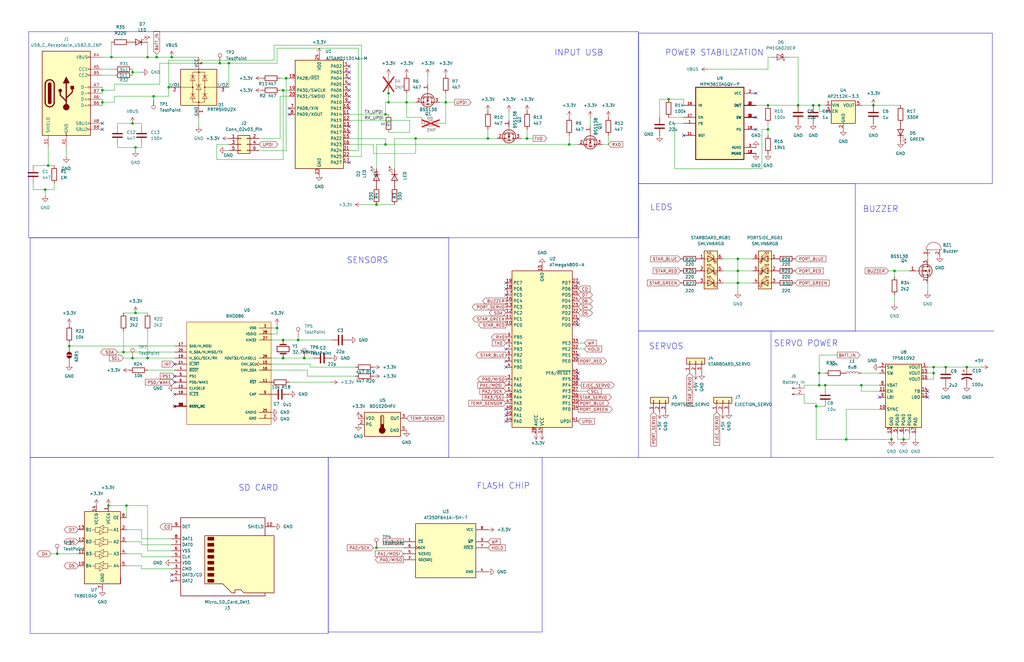
<source format=kicad_sch>
(kicad_sch (version 20231120) (generator "eeschema") (generator_version "8.0")
  (paper "USLedger")
  (junction (at 162.56 48.26))
  (junction (at 345.44 157.48))
  (junction (at 71.12 36.83))
  (junction (at 323.85 54.61))
  (junction (at 43.18 43.18))
  (junction (at 119.38 151.13))
  (junction (at 46.99 24.13))
  (junction (at 57.15 62.23))
  (junction (at 19.05 80.01))
  (junction (at 119.38 143.51))
  (junction (at 368.3 44.45))
  (junction (at 171.45 43.18))
  (junction (at 356.87 185.42))
  (junction (at 240.03 60.96))
  (junction (at 24.13 233.68))
  (junction (at 125.73 143.51))
  (junction (at 345.44 162.56))
  (junction (at 162.56 60.96))
  (junction (at 205.74 58.42))
  (junction (at 311.15 114.3))
  (junction (at 222.25 58.42))
  (junction (at 62.23 151.13))
  (junction (at 381 185.42))
  (junction (at 55.88 30.48))
  (junction (at 344.17 171.45))
  (junction (at 120.65 33.02))
  (junction (at 163.83 43.18))
  (junction (at 66.04 24.13))
  (junction (at 45.72 213.36))
  (junction (at 92.71 26.67))
  (junction (at 55.88 151.13))
  (junction (at 96.52 26.67))
  (junction (at 336.55 44.45))
  (junction (at 43.18 38.1))
  (junction (at 311.15 119.38))
  (junction (at 29.21 146.05))
  (junction (at 158.75 231.14))
  (junction (at 53.34 213.36))
  (junction (at 281.94 41.91))
  (junction (at 398.78 154.94))
  (junction (at 393.7 157.48))
  (junction (at 116.84 138.43))
  (junction (at 57.15 132.08))
  (junction (at 187.96 43.18))
  (junction (at 72.39 24.13))
  (junction (at 52.07 148.59))
  (junction (at 175.26 58.42))
  (junction (at 128.27 151.13))
  (junction (at 55.88 52.07))
  (junction (at 64.77 40.64))
  (junction (at 342.9 44.45))
  (junction (at 62.23 24.13))
  (junction (at 393.7 154.94))
  (junction (at 377.19 114.3))
  (junction (at 375.92 185.42))
  (junction (at 347.98 162.56))
  (junction (at 345.44 44.45))
  (junction (at 158.75 86.36))
  (junction (at 363.22 162.56))
  (junction (at 323.85 44.45))
  (junction (at 163.83 39.37))
  (junction (at 20.32 69.85))
  (junction (at 407.67 154.94))
  (junction (at 119.38 38.1))
  (junction (at 311.15 109.22))
  (no_connect (at 243.84 137.16))
  (no_connect (at 73.66 158.75))
  (no_connect (at 147.32 55.88))
  (no_connect (at 213.36 154.94))
  (no_connect (at 391.16 165.1))
  (no_connect (at 391.16 167.64))
  (no_connect (at 73.66 153.67))
  (no_connect (at 147.32 33.02))
  (no_connect (at 147.32 53.34))
  (no_connect (at 147.32 27.94))
  (no_connect (at 147.32 40.64))
  (no_connect (at 147.32 38.1))
  (no_connect (at 121.92 48.26))
  (no_connect (at 318.77 54.61))
  (no_connect (at 213.36 177.8))
  (no_connect (at 288.29 57.15))
  (no_connect (at 147.32 43.18))
  (no_connect (at 43.18 54.61))
  (no_connect (at 147.32 30.48))
  (no_connect (at 243.84 149.86))
  (no_connect (at 243.84 160.02))
  (no_connect (at 121.92 45.72))
  (no_connect (at 213.36 152.4))
  (no_connect (at 73.66 171.45))
  (no_connect (at 73.66 166.37))
  (no_connect (at 370.84 167.64))
  (no_connect (at 213.36 172.72))
  (no_connect (at 213.36 175.26))
  (no_connect (at 243.84 134.62))
  (no_connect (at 72.39 242.57))
  (no_connect (at 147.32 68.58))
  (no_connect (at 72.39 245.11))
  (no_connect (at 213.36 124.46))
  (no_connect (at 147.32 45.72))
  (no_connect (at 213.36 119.38))
  (no_connect (at 147.32 35.56))
  (no_connect (at 213.36 147.32))
  (no_connect (at 243.84 157.48))
  (no_connect (at 243.84 119.38))
  (no_connect (at 43.18 52.07))
  (no_connect (at 318.77 39.37))
  (no_connect (at 73.66 161.29))
  (no_connect (at 213.36 121.92))
  (no_connect (at 318.77 49.53))
  (wire (pts (xy 311.15 123.19) (xy 311.15 119.38)))
  (wire (pts (xy 53.34 213.36) (xy 62.23 213.36)))
  (wire (pts (xy 162.56 58.42) (xy 162.56 60.96)))
  (wire (pts (xy 386.08 185.42) (xy 386.08 182.88)))
  (wire (pts (xy 83.82 49.53) (xy 83.82 53.34)))
  (wire (pts (xy 398.78 154.94) (xy 407.67 154.94)))
  (wire (pts (xy 125.73 142.24) (xy 125.73 143.51)))
  (wire (pts (xy 119.38 151.13) (xy 128.27 151.13)))
  (wire (pts (xy 49.53 62.23) (xy 57.15 62.23)))
  (wire (pts (xy 114.3 140.97) (xy 116.84 140.97)))
  (wire (pts (xy 72.39 24.13) (xy 83.82 24.13)))
  (wire (pts (xy 71.12 25.4) (xy 115.57 25.4)))
  (wire (pts (xy 345.44 162.56) (xy 347.98 162.56)))
  (wire (pts (xy 55.88 52.07) (xy 59.69 52.07)))
  (wire (pts (xy 120.65 33.02) (xy 118.11 33.02)))
  (wire (pts (xy 147.32 48.26) (xy 162.56 48.26)))
  (wire (pts (xy 118.11 40.64) (xy 121.92 40.64)))
  (wire (pts (xy 377.19 114.3) (xy 383.54 114.3)))
  (wire (pts (xy 311.15 109.22) (xy 317.5 109.22)))
  (wire (pts (xy 284.48 52.07) (xy 284.48 71.12)))
  (wire (pts (xy 43.18 36.83) (xy 43.18 38.1)))
  (wire (pts (xy 256.54 60.96) (xy 254 60.96)))
  (wire (pts (xy 92.71 26.67) (xy 96.52 26.67)))
  (wire (pts (xy 116.84 26.67) (xy 116.84 20.32)))
  (wire (pts (xy 187.96 43.18) (xy 185.42 43.18)))
  (wire (pts (xy 356.87 172.72) (xy 370.84 172.72)))
  (wire (pts (xy 240.03 60.96) (xy 243.84 60.96)))
  (polyline (pts (xy 325.12 193.04) (xy 325.12 139.7)))
  (wire (pts (xy 109.22 63.5) (xy 120.65 63.5)))
  (wire (pts (xy 393.7 160.02) (xy 393.7 157.48)))
  (wire (pts (xy 212.09 167.64) (xy 213.36 167.64)))
  (wire (pts (xy 43.18 43.18) (xy 48.26 43.18)))
  (wire (pts (xy 114.3 143.51) (xy 119.38 143.51)))
  (wire (pts (xy 66.04 24.13) (xy 72.39 24.13)))
  (wire (pts (xy 363.22 44.45) (xy 368.3 44.45)))
  (wire (pts (xy 304.8 114.3) (xy 311.15 114.3)))
  (wire (pts (xy 128.27 151.13) (xy 132.08 151.13)))
  (wire (pts (xy 62.23 156.21) (xy 73.66 156.21)))
  (wire (pts (xy 281.94 49.53) (xy 288.29 49.53)))
  (wire (pts (xy 163.83 43.18) (xy 171.45 43.18)))
  (wire (pts (xy 27.94 66.04) (xy 27.94 62.23)))
  (wire (pts (xy 166.37 58.42) (xy 175.26 58.42)))
  (wire (pts (xy 115.57 19.05) (xy 152.4 19.05)))
  (wire (pts (xy 121.92 161.29) (xy 139.7 161.29)))
  (wire (pts (xy 374.65 114.3) (xy 377.19 114.3)))
  (wire (pts (xy 391.16 107.95) (xy 391.16 109.22)))
  (wire (pts (xy 311.15 114.3) (xy 311.15 109.22)))
  (wire (pts (xy 205.74 58.42) (xy 209.55 58.42)))
  (wire (pts (xy 43.18 38.1) (xy 43.18 39.37)))
  (wire (pts (xy 13.97 80.01) (xy 13.97 77.47)))
  (wire (pts (xy 318.77 44.45) (xy 323.85 44.45)))
  (wire (pts (xy 62.23 213.36) (xy 62.23 232.41)))
  (wire (pts (xy 323.85 24.13) (xy 325.12 24.13)))
  (wire (pts (xy 345.44 157.48) (xy 347.98 157.48)))
  (wire (pts (xy 323.85 44.45) (xy 336.55 44.45)))
  (wire (pts (xy 381 182.88) (xy 381 185.42)))
  (wire (pts (xy 163.83 39.37) (xy 163.83 43.18)))
  (wire (pts (xy 49.53 148.59) (xy 52.07 148.59)))
  (wire (pts (xy 19.05 80.01) (xy 13.97 80.01)))
  (wire (pts (xy 59.69 62.23) (xy 59.69 60.96)))
  (wire (pts (xy 119.38 143.51) (xy 125.73 143.51)))
  (wire (pts (xy 114.3 151.13) (xy 119.38 151.13)))
  (wire (pts (xy 91.44 60.96) (xy 96.52 60.96)))
  (wire (pts (xy 171.45 43.18) (xy 175.26 43.18)))
  (wire (pts (xy 43.18 43.18) (xy 43.18 44.45)))
  (wire (pts (xy 332.74 24.13) (xy 336.55 24.13)))
  (wire (pts (xy 391.16 157.48) (xy 393.7 157.48)))
  (wire (pts (xy 59.69 228.6) (xy 53.34 228.6)))
  (wire (pts (xy 62.23 24.13) (xy 66.04 24.13)))
  (wire (pts (xy 304.8 119.38) (xy 311.15 119.38)))
  (wire (pts (xy 116.84 140.97) (xy 116.84 138.43)))
  (wire (pts (xy 158.75 86.36) (xy 166.37 86.36)))
  (wire (pts (xy 347.98 162.56) (xy 347.98 163.83)))
  (wire (pts (xy 157.48 64.77) (xy 175.26 64.77)))
  (wire (pts (xy 345.44 149.86) (xy 345.44 157.48)))
  (wire (pts (xy 245.11 162.56) (xy 243.84 162.56)))
  (wire (pts (xy 52.07 139.7) (xy 52.07 148.59)))
  (wire (pts (xy 152.4 86.36) (xy 158.75 86.36)))
  (wire (pts (xy 114.3 156.21) (xy 129.54 156.21)))
  (wire (pts (xy 278.13 41.91) (xy 281.94 41.91)))
  (wire (pts (xy 52.07 148.59) (xy 73.66 148.59)))
  (wire (pts (xy 20.32 69.85) (xy 22.86 69.85)))
  (wire (pts (xy 162.56 60.96) (xy 240.03 60.96)))
  (wire (pts (xy 321.31 54.61) (xy 323.85 54.61)))
  (wire (pts (xy 336.55 44.45) (xy 342.9 44.45)))
  (wire (pts (xy 323.85 29.21) (xy 298.45 29.21)))
  (wire (pts (xy 109.22 58.42) (xy 118.11 58.42)))
  (wire (pts (xy 55.88 29.21) (xy 55.88 30.48)))
  (wire (pts (xy 48.26 38.1) (xy 43.18 38.1)))
  (wire (pts (xy 147.32 60.96) (xy 157.48 60.96)))
  (wire (pts (xy 24.13 233.68) (xy 33.02 233.68)))
  (wire (pts (xy 163.83 36.83) (xy 163.83 39.37)))
  (wire (pts (xy 175.26 64.77) (xy 175.26 58.42)))
  (wire (pts (xy 281.94 41.91) (xy 288.29 41.91)))
  (wire (pts (xy 383.54 185.42) (xy 383.54 182.88)))
  (wire (pts (xy 344.17 171.45) (xy 344.17 170.18)))
  (wire (pts (xy 59.69 238.76) (xy 53.34 238.76)))
  (wire (pts (xy 116.84 20.32) (xy 151.13 20.32)))
  (wire (pts (xy 43.18 31.75) (xy 48.26 31.75)))
  (wire (pts (xy 311.15 114.3) (xy 317.5 114.3)))
  (wire (pts (xy 344.17 185.42) (xy 356.87 185.42)))
  (wire (pts (xy 53.34 213.36) (xy 53.34 218.44)))
  (wire (pts (xy 162.56 48.26) (xy 162.56 43.18)))
  (wire (pts (xy 353.06 149.86) (xy 345.44 149.86)))
  (wire (pts (xy 59.69 234.95) (xy 59.69 233.68)))
  (wire (pts (xy 344.17 171.45) (xy 347.98 171.45)))
  (wire (pts (xy 130.81 153.67) (xy 130.81 154.94)))
  (wire (pts (xy 59.69 233.68) (xy 53.34 233.68)))
  (wire (pts (xy 22.86 80.01) (xy 19.05 80.01)))
  (wire (pts (xy 64.77 41.91) (xy 64.77 40.64)))
  (wire (pts (xy 222.25 58.42) (xy 224.79 58.42)))
  (wire (pts (xy 363.22 162.56) (xy 363.22 165.1)))
  (wire (pts (xy 345.44 46.99) (xy 347.98 46.99)))
  (wire (pts (xy 151.13 20.32) (xy 151.13 63.5)))
  (wire (pts (xy 43.18 41.91) (xy 43.18 43.18)))
  (wire (pts (xy 96.52 26.67) (xy 96.52 36.83)))
  (wire (pts (xy 49.53 53.34) (xy 49.53 52.07)))
  (wire (pts (xy 311.15 109.22) (xy 304.8 109.22)))
  (wire (pts (xy 57.15 132.08) (xy 62.23 132.08)))
  (wire (pts (xy 129.54 156.21) (xy 129.54 158.75)))
  (wire (pts (xy 356.87 185.42) (xy 375.92 185.42)))
  (wire (pts (xy 67.31 26.67) (xy 92.71 26.67)))
  (wire (pts (xy 342.9 44.45) (xy 345.44 44.45)))
  (wire (pts (xy 191.77 43.18) (xy 187.96 43.18)))
  (wire (pts (xy 243.84 144.78) (xy 246.38 144.78)))
  (polyline (pts (xy 269.24 193.04) (xy 269.24 139.7)))
  (wire (pts (xy 248.92 49.53) (xy 248.92 53.34)))
  (wire (pts (xy 172.72 50.8) (xy 172.72 55.88)))
  (wire (pts (xy 321.31 71.12) (xy 321.31 54.61)))
  (wire (pts (xy 57.15 62.23) (xy 59.69 62.23)))
  (wire (pts (xy 62.23 232.41) (xy 72.39 232.41)))
  (wire (pts (xy 407.67 154.94) (xy 414.02 154.94)))
  (wire (pts (xy 62.23 139.7) (xy 62.23 151.13)))
  (wire (pts (xy 171.45 39.37) (xy 171.45 43.18)))
  (wire (pts (xy 22.86 77.47) (xy 22.86 80.01)))
  (wire (pts (xy 347.98 162.56) (xy 363.22 162.56)))
  (wire (pts (xy 185.42 52.07) (xy 187.96 52.07)))
  (wire (pts (xy 73.66 146.05) (xy 29.21 146.05)))
  (wire (pts (xy 55.88 30.48) (xy 59.69 30.48)))
  (wire (pts (xy 19.05 80.01) (xy 19.05 82.55)))
  (wire (pts (xy 363.22 162.56) (xy 370.84 162.56)))
  (wire (pts (xy 278.13 49.53) (xy 278.13 41.91)))
  (wire (pts (xy 129.54 158.75) (xy 149.86 158.75)))
  (wire (pts (xy 115.57 25.4) (xy 115.57 19.05)))
  (wire (pts (xy 118.11 58.42) (xy 118.11 40.64)))
  (wire (pts (xy 240.03 57.15) (xy 240.03 60.96)))
  (wire (pts (xy 166.37 58.42) (xy 166.37 71.12)))
  (wire (pts (xy 171.45 49.53) (xy 177.8 49.53)))
  (wire (pts (xy 162.56 48.26) (xy 163.83 48.26)))
  (wire (pts (xy 49.53 60.96) (xy 49.53 62.23)))
  (wire (pts (xy 43.18 29.21) (xy 48.26 29.21)))
  (wire (pts (xy 158.75 60.96) (xy 158.75 71.12)))
  (wire (pts (xy 152.4 66.04) (xy 147.32 66.04)))
  (wire (pts (xy 247.65 165.1) (xy 243.84 165.1)))
  (wire (pts (xy 393.7 157.48) (xy 393.7 154.94)))
  (wire (pts (xy 91.44 67.31) (xy 91.44 60.96)))
  (wire (pts (xy 323.85 24.13) (xy 323.85 29.21)))
  (wire (pts (xy 67.31 35.56) (xy 67.31 26.67)))
  (wire (pts (xy 175.26 58.42) (xy 205.74 58.42)))
  (wire (pts (xy 59.69 229.87) (xy 72.39 229.87)))
  (wire (pts (xy 222.25 54.61) (xy 222.25 58.42)))
  (wire (pts (xy 118.11 38.1) (xy 119.38 38.1)))
  (wire (pts (xy 356.87 172.72) (xy 356.87 185.42)))
  (wire (pts (xy 71.12 36.83) (xy 71.12 25.4)))
  (wire (pts (xy 378.46 185.42) (xy 381 185.42)))
  (wire (pts (xy 205.74 54.61) (xy 205.74 58.42)))
  (wire (pts (xy 157.48 60.96) (xy 157.48 64.77)))
  (wire (pts (xy 59.69 227.33) (xy 59.69 223.52)))
  (wire (pts (xy 171.45 43.18) (xy 171.45 49.53)))
  (wire (pts (xy 339.09 166.37) (xy 339.09 170.18)))
  (wire (pts (xy 162.56 43.18) (xy 163.83 43.18)))
  (wire (pts (xy 177.8 49.53) (xy 177.8 52.07)))
  (wire (pts (xy 311.15 119.38) (xy 311.15 114.3)))
  (wire (pts (xy 323.85 54.61) (xy 323.85 57.15)))
  (wire (pts (xy 344.17 171.45) (xy 344.17 185.42)))
  (wire (pts (xy 339.09 162.56) (xy 339.09 163.83)))
  (wire (pts (xy 311.15 119.38) (xy 317.5 119.38)))
  (wire (pts (xy 116.84 138.43) (xy 116.84 137.16)))
  (wire (pts (xy 52.07 151.13) (xy 55.88 151.13)))
  (wire (pts (xy 96.52 26.67) (xy 116.84 26.67)))
  (wire (pts (xy 243.84 147.32) (xy 246.38 147.32)))
  (wire (pts (xy 381 185.42) (xy 383.54 185.42)))
  (wire (pts (xy 288.29 52.07) (xy 284.48 52.07)))
  (wire (pts (xy 59.69 223.52) (xy 53.34 223.52)))
  (wire (pts (xy 378.46 182.88) (xy 378.46 185.42)))
  (wire (pts (xy 21.59 233.68) (xy 24.13 233.68)))
  (wire (pts (xy 119.38 67.31) (xy 91.44 67.31)))
  (wire (pts (xy 180.34 31.75) (xy 180.34 35.56)))
  (wire (pts (xy 13.97 69.85) (xy 20.32 69.85)))
  (wire (pts (xy 147.32 58.42) (xy 162.56 58.42)))
  (wire (pts (xy 48.26 35.56) (xy 48.26 38.1)))
  (wire (pts (xy 59.69 229.87) (xy 59.69 228.6)))
  (wire (pts (xy 368.3 44.45) (xy 379.73 44.45)))
  (wire (pts (xy 52.07 132.08) (xy 57.15 132.08)))
  (wire (pts (xy 49.53 52.07) (xy 55.88 52.07)))
  (wire (pts (xy 55.88 151.13) (xy 62.23 151.13)))
  (wire (pts (xy 363.22 165.1) (xy 370.84 165.1)))
  (wire (pts (xy 391.16 160.02) (xy 393.7 160.02)))
  (wire (pts (xy 284.48 71.12) (xy 321.31 71.12)))
  (wire (pts (xy 151.13 63.5) (xy 147.32 63.5)))
  (wire (pts (xy 48.26 35.56) (xy 67.31 35.56)))
  (wire (pts (xy 377.19 114.3) (xy 377.19 116.84)))
  (wire (pts (xy 375.92 185.42) (xy 375.92 182.88)))
  (wire (pts (xy 288.29 41.91) (xy 288.29 44.45)))
  (wire (pts (xy 345.44 157.48) (xy 345.44 162.56)))
  (wire (pts (xy 62.23 17.78) (xy 62.23 24.13)))
  (wire (pts (xy 46.99 24.13) (xy 62.23 24.13)))
  (wire (pts (xy 46.99 17.78) (xy 46.99 24.13)))
  (wire (pts (xy 43.18 24.13) (xy 46.99 24.13)))
  (wire (pts (xy 256.54 57.15) (xy 256.54 60.96)))
  (wire (pts (xy 29.21 146.05) (xy 29.21 144.78)))
  (wire (pts (xy 152.4 19.05) (xy 152.4 66.04)))
  (polyline (pts (xy 227.33 193.04) (xy 419.1 193.04)))
  (wire (pts (xy 130.81 154.94) (xy 149.86 154.94)))
  (wire (pts (xy 214.63 46.99) (xy 214.63 50.8)))
  (wire (pts (xy 96.52 63.5) (xy 95.25 63.5)))
  (wire (pts (xy 336.55 24.13) (xy 336.55 44.45)))
  (wire (pts (xy 187.96 52.07) (xy 187.96 43.18)))
  (wire (pts (xy 66.04 22.86) (xy 66.04 24.13)))
  (wire (pts (xy 114.3 138.43) (xy 116.84 138.43)))
  (wire (pts (xy 187.96 39.37) (xy 187.96 43.18)))
  (wire (pts (xy 121.92 33.02) (xy 120.65 33.02)))
  (wire (pts (xy 59.69 240.03) (xy 59.69 238.76)))
  (wire (pts (xy 45.72 213.36) (xy 53.34 213.36)))
  (wire (pts (xy 323.85 52.07) (xy 323.85 54.61)))
  (wire (pts (xy 119.38 38.1) (xy 119.38 67.31)))
  (wire (pts (xy 48.26 40.64) (xy 48.26 43.18)))
  (wire (pts (xy 120.65 63.5) (xy 120.65 33.02)))
  (wire (pts (xy 345.44 44.45) (xy 345.44 46.99)))
  (wire (pts (xy 64.77 40.64) (xy 71.12 40.64)))
  (wire (pts (xy 391.16 119.38) (xy 391.16 123.19)))
  (wire (pts (xy 222.25 58.42) (xy 219.71 58.42)))
  (wire (pts (xy 71.12 40.64) (xy 71.12 36.83)))
  (wire (pts (xy 158.75 60.96) (xy 162.56 60.96)))
  (wire (pts (xy 62.23 151.13) (xy 73.66 151.13)))
  (wire (pts (xy 119.38 38.1) (xy 121.92 38.1)))
  (wire (pts (xy 20.32 62.23) (xy 20.32 69.85)))
  (wire (pts (xy 125.73 143.51) (xy 139.7 143.51)))
  (wire (pts (xy 55.88 30.48) (xy 55.88 31.75)))
  (wire (pts (xy 363.22 157.48) (xy 370.84 157.48)))
  (wire (pts (xy 158.75 231.14) (xy 170.18 231.14)))
  (wire (pts (xy 339.09 170.18) (xy 344.17 170.18)))
  (wire (pts (xy 393.7 154.94) (xy 398.78 154.94)))
  (wire (pts (xy 147.32 50.8) (xy 172.72 50.8)))
  (wire (pts (xy 377.19 124.46) (xy 377.19 128.27)))
  (wire (pts (xy 59.69 52.07) (xy 59.69 53.34)))
  (wire (pts (xy 48.26 40.64) (xy 64.77 40.64)))
  (wire (pts (xy 57.15 62.23) (xy 57.15 63.5)))
  (wire (pts (xy 391.16 154.94) (xy 393.7 154.94)))
  (wire (pts (xy 172.72 55.88) (xy 163.83 55.88)))
  (polyline (pts (xy 269.24 139.7) (xy 419.1 139.7)))
  (wire (pts (xy 59.69 234.95) (xy 72.39 234.95)))
  (wire (pts (xy 339.09 162.56) (xy 345.44 162.56)))
  (wire (pts (xy 345.44 44.45) (xy 347.98 44.45)))
  (wire (pts (xy 157.48 231.14) (xy 158.75 231.14)))
  (wire (pts (xy 72.39 240.03) (xy 59.69 240.03)))
  (wire (pts (xy 59.69 227.33) (xy 72.39 227.33)))
  (wire (pts (xy 114.3 153.67) (xy 130.81 153.67)))
  (rectangle (start 12.065 13.335) (end 269.24 100.33))
  (rectangle (start 12.7 100.33) (end 189.23 193.04))
  (rectangle (start 138.43 193.04) (end 228.6 266.7))
  (rectangle (start 12.7 193.04) (end 138.43 267.335))
  (rectangle (start 269.24 13.97) (end 418.465 77.47))
  (rectangle (start 269.24 77.47) (end 360.68 139.7))
  (text "SD CARD\n" (at 108.966 205.994 0) (effects (font (size 2.54 2.54))))
  (text "INPUT USB" (at 244.094 22.352 0) (effects (font (size 2.54 2.54))))
  (text "BUZZER\n" (at 371.348 88.392 0) (effects (font (size 2.54 2.54))))
  (text "POWER STABILIZATION" (at 301.244 22.352 0) (effects (font (size 2.54 2.54))))
  (text "FLASH CHIP\n" (at 212.2747 205.1733 0) (effects (font (size 2.54 2.54))))
  (text "SENSORS " (at 155.956 109.982 0) (effects (font (size 2.54 2.54))))
  (text "SERVOS\n" (at 280.924 146.304 0) (effects (font (size 2.54 2.54))))
  (text "LEDS\n" (at 278.892 87.63 0) (effects (font (size 2.54 2.54))))
  (text "SERVO POWER\n\n" (at 339.852 147.066 0) (effects (font (size 2.54 2.54))))
  (label "RX_UPDI" (at 153.67 50.8 0))
  (label "TX_UPDI" (at 153.67 48.26 0))
  (global_label "EJEC_SERVO" (shape output) (at 245.11 162.56 0) (property "Intersheetrefs" "${INTERSHEET_REFS}" (effects (hide yes))))
  (global_label "SDA" (shape bidirectional) (at 49.53 148.59 180) (property "Intersheetrefs" "${INTERSHEET_REFS}" (effects (hide yes))))
  (global_label "TX0" (shape input) (at 213.36 144.78 180) (property "Intersheetrefs" "${INTERSHEET_REFS}" (effects (hide yes))))
  (global_label "RX0" (shape input) (at 256.54 60.96 0) (property "Intersheetrefs" "${INTERSHEET_REFS}" (effects (hide yes))))
  (global_label "BUZZER" (shape input) (at 374.65 114.3 180) (property "Intersheetrefs" "${INTERSHEET_REFS}" (effects (hide yes))))
  (global_label "STAR_RED" (shape input) (at 287.02 114.3 180) (property "Intersheetrefs" "${INTERSHEET_REFS}" (effects (hide yes))))
  (global_label "TX0" (shape output) (at 224.79 58.42 0) (property "Intersheetrefs" "${INTERSHEET_REFS}" (effects (hide yes))))
  (global_label "BATT_IN" (shape input) (at 66.04 22.86 90) (property "Intersheetrefs" "${INTERSHEET_REFS}" (effects (hide yes))))
  (global_label "STAR_GREEN" (shape output) (at 213.36 134.62 180) (property "Intersheetrefs" "${INTERSHEET_REFS}" (effects (hide yes))))
  (global_label "PORT_BLUE" (shape output) (at 243.84 170.18 0) (property "Intersheetrefs" "${INTERSHEET_REFS}" (effects (hide yes))))
  (global_label "CD" (shape output) (at 72.39 222.25 180) (property "Intersheetrefs" "${INTERSHEET_REFS}" (effects (hide yes))))
  (global_label "UPDI" (shape input) (at 243.84 177.8 0) (property "Intersheetrefs" "${INTERSHEET_REFS}" (effects (hide yes))))
  (global_label "PA0{slash}MISO" (shape output) (at 213.36 160.02 180) (property "Intersheetrefs" "${INTERSHEET_REFS}" (effects (hide yes))))
  (global_label "SCL" (shape input) (at 52.07 151.13 180) (property "Intersheetrefs" "${INTERSHEET_REFS}" (effects (hide yes))))
  (global_label "PORT_SERVO" (shape input) (at 275.59 173.99 270) (property "Intersheetrefs" "${INTERSHEET_REFS}" (effects (hide yes))))
  (global_label "D4" (shape bidirectional) (at 21.59 233.68 180) (property "Intersheetrefs" "${INTERSHEET_REFS}" (effects (hide yes))))
  (global_label "PA2{slash}SCK" (shape input) (at 213.36 165.1 180) (property "Intersheetrefs" "${INTERSHEET_REFS}" (effects (hide yes))))
  (global_label "D6" (shape bidirectional) (at 243.84 127 0) (property "Intersheetrefs" "${INTERSHEET_REFS}" (effects (hide yes))))
  (global_label "D5" (shape bidirectional) (at 33.02 238.76 180) (property "Intersheetrefs" "${INTERSHEET_REFS}" (effects (hide yes))))
  (global_label "CD" (shape input) (at 243.84 121.92 0) (property "Intersheetrefs" "${INTERSHEET_REFS}" (effects (hide yes))))
  (global_label "PORT_RED" (shape output) (at 243.84 152.4 0) (property "Intersheetrefs" "${INTERSHEET_REFS}" (effects (hide yes))))
  (global_label "STAR_BLUE" (shape input) (at 287.02 109.22 180) (property "Intersheetrefs" "${INTERSHEET_REFS}" (effects (hide yes))))
  (global_label "WP" (shape input) (at 246.38 144.78 0) (property "Intersheetrefs" "${INTERSHEET_REFS}" (effects (hide yes))))
  (global_label "RX0" (shape output) (at 213.36 142.24 180) (property "Intersheetrefs" "${INTERSHEET_REFS}" (effects (hide yes))))
  (global_label "BATT_IN" (shape output) (at 353.06 149.86 0) (property "Intersheetrefs" "${INTERSHEET_REFS}" (effects (hide yes))))
  (global_label "INT" (shape input) (at 73.66 153.67 180) (property "Intersheetrefs" "${INTERSHEET_REFS}" (effects (hide yes))))
  (global_label "PA1{slash}MOSI" (shape input) (at 170.18 233.68 180) (property "Intersheetrefs" "${INTERSHEET_REFS}" (effects (hide yes))))
  (global_label "D7" (shape bidirectional) (at 243.84 124.46 0) (property "Intersheetrefs" "${INTERSHEET_REFS}" (effects (hide yes))))
  (global_label "STAR_RED" (shape output) (at 213.36 137.16 180) (property "Intersheetrefs" "${INTERSHEET_REFS}" (effects (hide yes))))
  (global_label "UPDI" (shape bidirectional) (at 109.22 60.96 0) (property "Intersheetrefs" "${INTERSHEET_REFS}" (effects (hide yes))))
  (global_label "PORT_GREEN" (shape input) (at 335.28 119.38 0) (property "Intersheetrefs" "${INTERSHEET_REFS}" (effects (hide yes))))
  (global_label "PA2{slash}SCK" (shape input) (at 157.48 231.14 180) (property "Intersheetrefs" "${INTERSHEET_REFS}" (effects (hide yes))))
  (global_label "PORT_BLUE" (shape input) (at 335.28 109.22 0) (property "Intersheetrefs" "${INTERSHEET_REFS}" (effects (hide yes))))
  (global_label "TEMP_SENSOR" (shape input) (at 171.45 176.53 0) (property "Intersheetrefs" "${INTERSHEET_REFS}" (effects (hide yes))))
  (global_label "STAR_GREEN" (shape input) (at 287.02 119.38 180) (property "Intersheetrefs" "${INTERSHEET_REFS}" (effects (hide yes))))
  (global_label "PA0{slash}MISO" (shape output) (at 170.18 236.22 180) (property "Intersheetrefs" "${INTERSHEET_REFS}" (effects (hide yes))))
  (global_label "SCL" (shape input) (at 247.65 165.1 0) (property "Intersheetrefs" "${INTERSHEET_REFS}" (effects (hide yes))))
  (global_label "D6" (shape bidirectional) (at 33.02 228.6 180) (property "Intersheetrefs" "${INTERSHEET_REFS}" (effects (hide yes))))
  (global_label "D4" (shape bidirectional) (at 243.84 129.54 0) (property "Intersheetrefs" "${INTERSHEET_REFS}" (effects (hide yes))))
  (global_label "BUZZER" (shape output) (at 213.36 127 180) (property "Intersheetrefs" "${INTERSHEET_REFS}" (effects (hide yes))))
  (global_label "STAR_SERVO" (shape input) (at 290.83 157.48 270) (property "Intersheetrefs" "${INTERSHEET_REFS}" (effects (hide yes))))
  (global_label "PA1{slash}MOSI" (shape input) (at 213.36 162.56 180) (property "Intersheetrefs" "${INTERSHEET_REFS}" (effects (hide yes))))
  (global_label "PORT_SERVO" (shape output) (at 213.36 129.54 180) (property "Intersheetrefs" "${INTERSHEET_REFS}" (effects (hide yes))))
  (global_label "EJEC_SERVO" (shape input) (at 302.26 173.99 270) (property "Intersheetrefs" "${INTERSHEET_REFS}" (effects (hide yes))))
  (global_label "WP" (shape input) (at 205.74 228.6 0) (property "Intersheetrefs" "${INTERSHEET_REFS}" (effects (hide yes))))
  (global_label "SDA" (shape bidirectional) (at 213.36 132.08 180) (property "Intersheetrefs" "${INTERSHEET_REFS}" (effects (hide yes))))
  (global_label "D7" (shape bidirectional) (at 33.02 223.52 180) (property "Intersheetrefs" "${INTERSHEET_REFS}" (effects (hide yes))))
  (global_label "PS0{slash}WAKE" (shape input) (at 73.66 161.29 180) (property "Intersheetrefs" "${INTERSHEET_REFS}" (effects (hide yes))))
  (global_label "TEMP_SENSOR" (shape input) (at 213.36 170.18 180) (property "Intersheetrefs" "${INTERSHEET_REFS}" (effects (hide yes))))
  (global_label "UPDI" (shape output) (at 191.77 43.18 0) (property "Intersheetrefs" "${INTERSHEET_REFS}" (effects (hide yes))))
  (global_label "HOLD" (shape input) (at 246.38 147.32 0) (property "Intersheetrefs" "${INTERSHEET_REFS}" (effects (hide yes))))
  (global_label "D5" (shape bidirectional) (at 243.84 132.08 0) (property "Intersheetrefs" "${INTERSHEET_REFS}" (effects (hide yes))))
  (global_label "PORT_RED" (shape input) (at 335.28 114.3 0) (property "Intersheetrefs" "${INTERSHEET_REFS}" (effects (hide yes))))
  (global_label "PA3{slash}SS" (shape passive) (at 170.18 228.6 180) (property "Intersheetrefs" "${INTERSHEET_REFS}" (effects (hide yes))))
  (global_label "PS1" (shape input) (at 73.66 158.75 180) (property "Intersheetrefs" "${INTERSHEET_REFS}" (effects (hide yes))))
  (global_label "STAR_BLUE" (shape output) (at 213.36 149.86 180) (property "Intersheetrefs" "${INTERSHEET_REFS}" (effects (hide yes))))
  (global_label "PORT_GREEN" (shape output) (at 243.84 172.72 0) (property "Intersheetrefs" "${INTERSHEET_REFS}" (effects (hide yes))))
  (global_label "PA3{slash}SS" (shape passive) (at 212.09 167.64 180) (property "Intersheetrefs" "${INTERSHEET_REFS}" (effects (hide yes))))
  (global_label "STAR_SERVO" (shape output) (at 243.84 167.64 0) (property "Intersheetrefs" "${INTERSHEET_REFS}" (effects (hide yes))))
  (global_label "HOLD" (shape input) (at 205.74 231.14 0) (property "Intersheetrefs" "${INTERSHEET_REFS}" (effects (hide yes))))
  (symbol (lib_id "power:GND") (at 171.45 181.61 0) (unit 1)
    (property "Reference" "#PWR075" (effects (hide yes)))
    (property "Value" "GND" (at 171.45 186.69 0))
    (property "Description" "Power symbol creates a global label with name \"GND\" , ground" (effects (hide yes)))
  )
  (symbol (lib_id "power:GND") (at 151.13 179.07 0) (unit 1)
    (property "Reference" "#PWR024" (effects (hide yes)))
    (property "Value" "GND" (at 151.13 184.15 0))
    (property "Description" "Power symbol creates a global label with name \"GND\" , ground" (effects (hide yes)))
  )
  (symbol (lib_id "Device:R") (at 118.11 161.29 90) (unit 1)
    (property "Reference" "R18" (at 120.65 163.322 90))
    (property "Value" "10k" (at 116.332 163.322 90))
    (property "Footprint" "Resistor_SMD:R_0402_1005Metric" (effects (hide yes)))
    (property "Description" "Resistor" (effects (hide yes)))
  )
  (symbol (lib_id "Connector:TestPoint") (at 24.13 233.68 0) (unit 1)
    (property "Reference" "TP3" (at 26.67 229.1079 0) (effects (justify left)))
    (property "Value" "TestPoint" (at 26.67 231.6479 0) (effects (justify left)))
    (property "Footprint" "TestPoint:TestPoint_Pad_1.0x1.0mm" (effects (hide yes)))
    (property "Description" "test point" (effects (hide yes)))
  )
  (symbol (lib_id "power:GND") (at 114.3 173.99 90) (unit 1)
    (property "Reference" "#PWR036" (effects (hide yes)))
    (property "Value" "GND" (at 118.11 173.9899 90) (effects (justify right)))
    (property "Description" "Power symbol creates a global label with name \"GND\" , ground" (effects (hide yes)))
  )
  (symbol (lib_id "Connector:TestPoint") (at 55.88 151.13 0) (unit 1)
    (property "Reference" "TP7" (at 58.42 146.5579 0) (effects (justify left)))
    (property "Value" "TestPoint" (at 58.42 149.0979 0) (effects (justify left)))
    (property "Footprint" "TestPoint:TestPoint_Pad_1.0x1.0mm" (effects (hide yes)))
    (property "Description" "test point" (effects (hide yes)))
  )
  (symbol (lib_id "Device:R") (at 290.83 109.22 90) (unit 1)
    (property "Reference" "R25" (at 290.83 109.474 90))
    (property "Value" "220" (at 290.83 111.506 90))
    (property "Footprint" "Resistor_SMD:R_0402_1005Metric" (effects (hide yes)))
    (property "Description" "Resistor" (effects (hide yes)))
  )
  (symbol (lib_id "power:GND") (at 398.78 162.56 0) (unit 1)
    (property "Reference" "#PWR066" (effects (hide yes)))
    (property "Value" "GND" (at 398.78 167.64 0))
    (property "Description" "Power symbol creates a global label with name \"GND\" , ground" (effects (hide yes)))
  )
  (symbol (lib_id "Device:C") (at 336.55 48.26 0) (unit 1)
    (property "Reference" "C5" (at 340.36 46.9899 0) (effects (justify left)))
    (property "Value" "22u" (at 340.36 49.5299 0) (effects (justify left)))
    (property "Footprint" "Capacitor_SMD:C_0201_0603Metric" (effects (hide yes)))
    (property "Description" "Unpolarized capacitor" (effects (hide yes)))
  )
  (symbol (lib_id "power:GND") (at 391.16 123.19 0) (unit 1)
    (property "Reference" "#PWR070" (effects (hide yes)))
    (property "Value" "GND" (at 391.16 128.27 0))
    (property "Description" "Power symbol creates a global label with name \"GND\" , ground" (effects (hide yes)))
  )
  (symbol (lib_id "power:+3.3V") (at 57.15 132.08 0) (unit 1)
    (property "Reference" "#PWR043" (effects (hide yes)))
    (property "Value" "+3.3V" (at 57.15 127 0))
    (property "Description" "Power symbol creates a global label with name \"+3.3V\"" (effects (hide yes)))
  )
  (symbol (lib_id "Device:R") (at 205.74 50.8 0) (unit 1)
    (property "Reference" "R10" (at 208.28 49.5299 0) (effects (justify left)))
    (property "Value" "4k7" (at 208.28 52.0699 0) (effects (justify left)))
    (property "Footprint" "Resistor_SMD:R_0402_1005Metric" (effects (hide yes)))
    (property "Description" "Resistor" (effects (hide yes)))
  )
  (symbol (lib_id "power:GND") (at 318.77 62.23 180) (unit 1)
    (property "Reference" "#PWR068" (effects (hide yes)))
    (property "Value" "GND" (at 318.77 57.15 0))
    (property "Description" "Power symbol creates a global label with name \"GND\" , ground" (effects (hide yes)))
  )
  (symbol (lib_id "power:+3.3V") (at 228.6 182.88 180) (unit 1)
    (property "Reference" "#PWR054" (effects (hide yes)))
    (property "Value" "+3.3V" (at 226.822 186.944 0))
    (property "Description" "Power symbol creates a global label with name \"+3.3V\"" (effects (hide yes)))
  )
  (symbol (lib_id "Device:R") (at 331.47 119.38 90) (unit 1)
    (property "Reference" "R30" (at 331.724 119.634 90))
    (property "Value" "220" (at 331.47 122.682 90))
    (property "Footprint" "Resistor_SMD:R_0402_1005Metric" (effects (hide yes)))
    (property "Description" "Resistor" (effects (hide yes)))
  )
  (symbol (lib_id "power:GND") (at 307.34 173.99 0) (unit 1)
    (property "Reference" "#PWR064" (effects (hide yes)))
    (property "Value" "GND" (at 307.3401 177.8 90) (effects (justify right)))
    (property "Description" "Power symbol creates a global label with name \"GND\" , ground" (effects (hide yes)))
  )
  (symbol (lib_id "Logic_LevelTranslator:TXB0104D") (at 43.18 231.14 0) (mirror y) (unit 1)
    (property "Reference" "U7" (at 40.9859 248.92 0) (effects (justify left)))
    (property "Value" "TXB0104D" (at 40.9859 251.46 0) (effects (justify left)))
    (property "Footprint" "Package_SO:SOIC-14_3.9x8.7mm_P1.27mm" (effects (hide yes)))
    (property "Datasheet" "http://www.ti.com/lit/ds/symlink/txb0104.pdf" (effects (hide yes)))
    (property "Description" "4-Bit Bidirectional Voltage-Level Translator, Auto Direction Sensing and ±15-kV ESD Protection, 1.2 - 3.6V APort, 1.65 - 5.5V BPort, SOIC-14" (effects (hide yes)))
  )
  (symbol (lib_id "Device:R") (at 114.3 33.02 90) (unit 1)
    (property "Reference" "R11" (at 110.998 35.306 90))
    (property "Value" "4k7" (at 114.808 35.306 90))
    (property "Footprint" "Resistor_SMD:R_0402_1005Metric" (effects (hide yes)))
    (property "Description" "Resistor" (effects (hide yes)))
  )
  (symbol (lib_id "power:GND") (at 121.92 166.37 90) (unit 1)
    (property "Reference" "#PWR039" (effects (hide yes)))
    (property "Value" "GND" (at 125.73 166.3699 90) (effects (justify right)))
    (property "Description" "Power symbol creates a global label with name \"GND\" , ground" (effects (hide yes)))
  )
  (symbol (lib_id "power:GND") (at 19.05 82.55 0) (unit 1)
    (property "Reference" "#PWR026" (effects (hide yes)))
    (property "Value" "GND" (at 19.05 87.63 0))
    (property "Description" "Power symbol creates a global label with name \"GND\" , ground" (effects (hide yes)))
  )
  (symbol (lib_id "power:+3.3V") (at 110.49 33.02 90) (unit 1)
    (property "Reference" "#PWR07" (effects (hide yes)))
    (property "Value" "+3.3V" (at 106.68 33.0199 90) (effects (justify left)))
    (property "Description" "Power symbol creates a global label with name \"+3.3V\"" (effects (hide yes)))
  )
  (symbol (lib_id "Device:C") (at 347.98 167.64 0) (unit 1)
    (property "Reference" "C8" (at 348.742 170.18 0) (effects (justify left)))
    (property "Value" "10u" (at 348.742 172.72 0) (effects (justify left)))
    (property "Footprint" "Capacitor_SMD:C_0201_0603Metric" (effects (hide yes)))
    (property "Description" "Unpolarized capacitor" (effects (hide yes)))
  )
  (symbol (lib_id "Device:C") (at 135.89 151.13 90) (unit 1)
    (property "Reference" "C2" (at 136.144 146.812 90))
    (property "Value" "22p" (at 139.954 153.67 90))
    (property "Footprint" "Capacitor_SMD:C_0201_0603Metric" (effects (hide yes)))
    (property "Description" "Unpolarized capacitor" (effects (hide yes)))
  )
  (symbol (lib_id "power:GND") (at 27.94 66.04 0) (unit 1)
    (property "Reference" "#PWR027" (effects (hide yes)))
    (property "Value" "GND" (at 27.94 71.12 0))
    (property "Description" "Power symbol creates a global label with name \"GND\" , ground" (effects (hide yes)))
  )
  (symbol (lib_id "Device:R") (at 62.23 135.89 0) (unit 1)
    (property "Reference" "R22" (at 64.77 134.6199 0) (effects (justify left)))
    (property "Value" "2k2" (at 64.77 137.1599 0) (effects (justify left)))
    (property "Footprint" "Resistor_SMD:R_0402_1005Metric" (effects (hide yes)))
    (property "Description" "Resistor" (effects (hide yes)))
  )
  (symbol (lib_id "Connector:TestPoint") (at 128.27 151.13 0) (unit 1)
    (property "Reference" "TP6" (at 130.81 146.5579 0) (effects (justify left)))
    (property "Value" "TestPoint" (at 130.81 149.0979 0) (effects (justify left)))
    (property "Footprint" "TestPoint:TestPoint_Pad_1.0x1.0mm" (effects (hide yes)))
    (property "Description" "test point" (effects (hide yes)))
  )
  (symbol (lib_id "Device:R") (at 281.94 45.72 0) (unit 1)
    (property "Reference" "R14" (at 284.48 44.4499 0) (effects (justify left)))
    (property "Value" "100k" (at 284.48 46.9899 0) (effects (justify left)))
    (property "Footprint" "Resistor_SMD:R_0402_1005Metric" (effects (hide yes)))
    (property "Description" "Resistor" (effects (hide yes)))
  )
  (symbol (lib_id "Device:Buzzer") (at 393.7 105.41 90) (unit 1)
    (property "Reference" "BZ1" (at 397.51 103.3848 90) (effects (justify right)))
    (property "Value" "Buzzer" (at 397.51 105.9248 90) (effects (justify right)))
    (property "Footprint" "Buzzer_Beeper:MagneticBuzzer_Kingstate_KCG0601" (effects (hide yes)))
    (property "Description" "Buzzer, polarized" (effects (hide yes)))
  )
  (symbol (lib_id "Device:R") (at 153.67 158.75 90) (unit 1)
    (property "Reference" "R20" (at 156.21 160.782 90))
    (property "Value" "4k7" (at 151.892 160.782 90))
    (property "Footprint" "Resistor_SMD:R_0402_1005Metric" (effects (hide yes)))
    (property "Description" "Resistor" (effects (hide yes)))
  )
  (symbol (lib_id "Device:C") (at 118.11 166.37 90) (unit 1)
    (property "Reference" "C7" (at 116.586 170.434 90))
    (property "Value" "0u1" (at 121.158 170.688 90))
    (property "Footprint" "Capacitor_SMD:C_0201_0603Metric" (effects (hide yes)))
    (property "Description" "Unpolarized capacitor" (effects (hide yes)))
  )
  (symbol (lib_id "Device:R") (at 153.67 154.94 90) (unit 1)
    (property "Reference" "R19" (at 156.21 156.972 90))
    (property "Value" "4k7" (at 151.892 156.972 90))
    (property "Footprint" "Resistor_SMD:R_0402_1005Metric" (effects (hide yes)))
    (property "Description" "Resistor" (effects (hide yes)))
  )
  (symbol (lib_id "Device:R") (at 22.86 73.66 0) (unit 1)
    (property "Reference" "R1" (at 25.4 72.3899 0) (effects (justify left)))
    (property "Value" "1M" (at 25.4 74.9299 0) (effects (justify left)))
    (property "Description" "Resistor" (effects (hide yes)))
  )
  (symbol (lib_id "LED:SMLVN6RGB") (at 299.72 114.3 0) (unit 1)
    (property "Reference" "STARBOARD_RGB1" (at 299.72 100.33 0))
    (property "Value" "SMLVN6RGB" (at 299.72 102.87 0))
    (property "Footprint" "LED_SMD:LED_ROHM_SMLVN6" (effects (hide yes)))
    (property "Datasheet" "https://www.rohm.com/datasheet/SMLVN6RGB1U" (effects (hide yes)))
    (property "Description" "High Brightness Tri-Color LED, RGB, 3.5x2.8mm" (effects (hide yes)))
  )
  (symbol (lib_id "Connector:TestPoint") (at 158.75 231.14 0) (unit 1)
    (property "Reference" "TP4" (at 161.29 226.5679 0) (effects (justify left)))
    (property "Value" "TestPoint" (at 161.29 229.1079 0) (effects (justify left)))
    (property "Footprint" "TestPoint:TestPoint_Pad_1.0x1.0mm" (effects (hide yes)))
    (property "Description" "test point" (effects (hide yes)))
  )
  (symbol (lib_id "Device:R") (at 377.19 120.65 0) (unit 1)
    (property "Reference" "R34" (at 379.73 119.3799 0) (effects (justify left)))
    (property "Value" "2k2" (at 379.73 121.9199 0) (effects (justify left)))
    (property "Footprint" "Resistor_SMD:R_0402_1005Metric" (effects (hide yes)))
    (property "Description" "Resistor" (effects (hide yes)))
  )
  (symbol (lib_id "Device:R") (at 256.54 53.34 0) (unit 1)
    (property "Reference" "R12" (at 259.08 52.0699 0) (effects (justify left)))
    (property "Value" "4k7" (at 259.08 54.6099 0) (effects (justify left)))
    (property "Footprint" "Resistor_SMD:R_0402_1005Metric" (effects (hide yes)))
    (property "Description" "Resistor" (effects (hide yes)))
  )
  (symbol (lib_id "power:+3.3V") (at 163.83 31.75 0) (unit 1)
    (property "Reference" "#PWR015" (effects (hide yes)))
    (property "Value" "+3.3V" (at 163.83 26.67 0))
    (property "Description" "Power symbol creates a global label with name \"+3.3V\"" (effects (hide yes)))
  )
  (symbol (lib_id "Device:C_Polarized_US") (at 407.67 158.75 0) (unit 1)
    (property "Reference" "C10" (at 409.956 156.464 0) (effects (justify left)))
    (property "Value" "100u" (at 409.702 162.306 0) (effects (justify left)))
    (property "Footprint" "Capacitor_SMD:CP_Elec_6.3x5.4" (effects (hide yes)))
    (property "Description" "Polarized capacitor, US symbol" (effects (hide yes)))
  )
  (symbol (lib_id "power:GND") (at 355.6 54.61 0) (unit 1)
    (property "Reference" "#PWR030" (effects (hide yes)))
    (property "Value" "GND" (at 355.6 59.69 0))
    (property "Description" "Power symbol creates a global label with name \"GND\" , ground" (effects (hide yes)))
  )
  (symbol (lib_id "Device:Crystal") (at 119.38 147.32 90) (unit 1)
    (property "Reference" "Y1" (at 123.19 146.0499 90) (effects (justify right)))
    (property "Value" "32.768kHz" (at 123.19 148.5899 90) (effects (justify right)))
    (property "Footprint" "Crystal:Crystal_C26-LF_D2.1mm_L6.5mm_Vertical" (effects (hide yes)))
    (property "Description" "Two pin crystal" (effects (hide yes)))
  )
  (symbol (lib_id "power:GND") (at 83.82 53.34 0) (unit 1)
    (property "Reference" "#PWR03" (effects (hide yes)))
    (property "Value" "GND" (at 83.82 58.42 0))
    (property "Description" "Power symbol creates a global label with name \"GND\" , ground" (effects (hide yes)))
  )
  (symbol (lib_id "power:+3.3V") (at 139.7 161.29 270) (unit 1)
    (property "Reference" "#PWR040" (effects (hide yes)))
    (property "Value" "+3.3V" (at 143.51 161.2899 90) (effects (justify left)))
    (property "Description" "Power symbol creates a global label with name \"+3.3V\"" (effects (hide yes)))
  )
  (symbol (lib_id "Device:R") (at 187.96 35.56 0) (unit 1)
    (property "Reference" "R7" (at 190.5 34.2899 0) (effects (justify left)))
    (property "Value" "4k7" (at 190.5 36.8299 0) (effects (justify left)))
    (property "Footprint" "Resistor_SMD:R_0402_1005Metric" (effects (hide yes)))
    (property "Description" "Resistor" (effects (hide yes)))
  )
  (symbol (lib_id "power:GND") (at 29.21 153.67 0) (unit 1)
    (property "Reference" "#PWR045" (effects (hide yes)))
    (property "Value" "GND" (at 29.21 158.75 0))
    (property "Description" "Power symbol creates a global label with name \"GND\" , ground" (effects (hide yes)))
  )
  (symbol (lib_id "power:GND") (at 147.32 143.51 90) (unit 1)
    (property "Reference" "#PWR038" (effects (hide yes)))
    (property "Value" "GND" (at 151.13 143.5099 90) (effects (justify right)))
    (property "Description" "Power symbol creates a global label with name \"GND\" , ground" (effects (hide yes)))
  )
  (symbol (lib_id "Device:LED") (at 58.42 17.78 180) (unit 1)
    (property "Reference" "D7" (at 60.0075 10.16 0))
    (property "Value" "LED" (at 60.0075 12.7 0))
    (property "Footprint" "LED_SMD:LED_0201_0603Metric" (effects (hide yes)))
    (property "Description" "Light emitting diode" (effects (hide yes)))
  )
  (symbol (lib_id "Device:R") (at 181.61 52.07 90) (unit 1) (dnp yes)
    (property "Reference" "R8" (at 181.356 50.038 90))
    (property "Value" "DNP" (at 181.864 54.864 90))
    (property "Footprint" "Resistor_SMD:R_0402_1005Metric" (effects (hide yes)))
    (property "Description" "Resistor" (effects (hide yes)))
  )
  (symbol (lib_id "Connector_Generic:Conn_01x03") (at 293.37 152.4 90) (unit 1)
    (property "Reference" "J4" (at 298.45 151.1299 90) (effects (justify right)))
    (property "Value" "STARBOARD_SERVO" (at 298.45 153.6699 90) (effects (justify right)))
    (property "Footprint" "Connector_PinHeader_2.54mm:PinHeader_1x03_P2.54mm_Vertical" (effects (hide yes)))
    (property "Description" "Generic connector, single row, 01x03, script generated (kicad-library-utils/schlib/autogen/connector/)" (effects (hide yes)))
  )
  (symbol (lib_id "power:+5V") (at 293.37 157.48 180) (unit 1)
    (property "Reference" "#PWR059" (effects (hide yes)))
    (property "Value" "+5V" (at 293.3701 161.29 90) (effects (justify left)))
    (property "Description" "Power symbol creates a global label with name \"+5V\"" (effects (hide yes)))
  )
  (symbol (lib_id "Device:R") (at 379.73 48.26 0) (unit 1)
    (property "Reference" "R17" (at 382.27 46.9899 0) (effects (justify left)))
    (property "Value" "330R" (at 382.27 49.5299 0) (effects (justify left)))
    (property "Footprint" "Resistor_SMD:R_0402_1005Metric" (effects (hide yes)))
    (property "Description" "Resistor" (effects (hide yes)))
  )
  (symbol (lib_id "power:VBUS") (at 55.88 52.07 0) (unit 1)
    (property "Reference" "#PWR071" (effects (hide yes)))
    (property "Value" "VBUS" (at 55.88 46.99 0))
    (property "Description" "Power symbol creates a global label with name \"VBUS\"" (effects (hide yes)))
  )
  (symbol (lib_id "power:GND") (at 57.15 63.5 0) (unit 1)
    (property "Reference" "#PWR080" (effects (hide yes)))
    (property "Value" "GND" (at 57.15 68.58 0))
    (property "Description" "Power symbol creates a global label with name \"GND\" , ground" (effects (hide yes)))
  )
  (symbol (lib_id "power:GND") (at 407.67 162.56 0) (unit 1)
    (property "Reference" "#PWR067" (effects (hide yes)))
    (property "Value" "GND" (at 407.67 167.64 0))
    (property "Description" "Power symbol creates a global label with name \"GND\" , ground" (effects (hide yes)))
  )
  (symbol (lib_id "Device:LED") (at 166.37 74.93 270) (unit 1)
    (property "Reference" "D3" (at 158.75 73.3425 0))
    (property "Value" "LED" (at 170.688 74.168 0))
    (property "Footprint" "LED_SMD:LED_0201_0603Metric" (effects (hide yes)))
    (property "Description" "Light emitting diode" (effects (hide yes)))
  )
  (symbol (lib_id "Device:C") (at 368.3 48.26 0) (unit 1)
    (property "Reference" "C6" (at 372.11 46.9899 0) (effects (justify left)))
    (property "Value" "1u" (at 372.11 49.5299 0) (effects (justify left)))
    (property "Footprint" "Capacitor_SMD:C_0201_0603Metric" (effects (hide yes)))
    (property "Description" "Unpolarized capacitor" (effects (hide yes)))
  )
  (symbol (lib_id "BNO086:BNO086") (at 104.14 156.21 0) (unit 1)
    (property "Reference" "U6" (at 104.14 130.81 0))
    (property "Value" "BNO086" (at 99.06 133.35 0))
    (property "Footprint" "Package_LGA:LGA-28_5.2x3.8mm_P0.5mm" (effects (hide yes)))
    (property "MF" "CEVA Technologies, Inc." (effects (hide yes)))
    (property "MAXIMUM_PACKAGE_HEIGHT" "1.18mm" (effects (hide yes)))
    (property "Package" "TFLGA-28 CEVA Technologies, Inc." (effects (hide yes)))
    (property "Price" "None" (effects (hide yes)))
    (property "Check_prices" "https://www.snapeda.com/parts/BNO086/CEVA+Technologies%252C+Inc./view-part/?ref=eda" (effects (hide yes)))
    (property "STANDARD" "Manufacturer Recommendations" (effects (hide yes)))
    (property "PARTREV" "v1.17" (effects (hide yes)))
    (property "SnapEDA_Link" "https://www.snapeda.com/parts/BNO086/CEVA+Technologies%252C+Inc./view-part/?ref=snap" (effects (hide yes)))
    (property "MP" "BNO086" (effects (hide yes)))
    (property "Description_1" "\nAccelerometer, Gyroscope, Magnetometer, Temperature, 9 Axis Sensor I2C, SPI Output\n" (effects (hide yes)))
    (property "Availability" "In Stock" (effects (hide yes)))
    (property "MANUFACTURER" "Hillcrest Laboratories, Inc." (effects (hide yes)))
  )
  (symbol (lib_id "power:GND") (at 72.39 237.49 270) (unit 1)
    (property "Reference" "#PWR051" (effects (hide yes)))
    (property "Value" "GND" (at 68.58 237.4899 90) (effects (justify right)))
    (property "Description" "Power symbol creates a global label with name \"GND\" , ground" (effects (hide yes)))
  )
  (symbol (lib_id "power:GND") (at 342.9 52.07 0) (unit 1)
    (property "Reference" "#PWR073" (effects (hide yes)))
    (property "Value" "GND" (at 342.9 57.15 0))
    (property "Description" "Power symbol creates a global label with name \"GND\" , ground" (effects (hide yes)))
  )
  (symbol (lib_id "power:GND") (at 318.77 64.77 0) (unit 1)
    (property "Reference" "#PWR074" (effects (hide yes)))
    (property "Value" "GND" (at 318.77 69.85 0))
    (property "Description" "Power symbol creates a global label with name \"GND\" , ground" (effects (hide yes)))
  )
  (symbol (lib_id "Device:D_Zener") (at 163.83 35.56 270) (unit 1) (dnp yes)
    (property "Reference" "D4" (at 166.37 34.2899 90) (effects (justify left)))
    (property "Value" "DNP" (at 166.37 36.8299 90) (effects (justify left)))
    (property "Description" "Zener diode" (effects (hide yes)))
  )
  (symbol (lib_id "Sensor_Temperature:BD1020HFV") (at 161.29 179.07 0) (unit 1)
    (property "Reference" "U5" (at 161.29 168.91 0))
    (property "Value" "BD1020HFV" (at 161.29 171.45 0))
    (property "Footprint" "Package_TO_SOT_SMD:HVSOF5" (effects (hide yes)))
    (property "Datasheet" "http://rohmfs.rohm.com/en/products/databook/datasheet/ic/sensor/temperature/bd1020hfv-e.pdf" (effects (hide yes)))
    (property "Description" "Analog Output Temperature Sensor" (effects (hide yes)))
  )
  (symbol (lib_id "power:GND") (at 115.57 222.25 90) (unit 1)
    (property "Reference" "#PWR050" (effects (hide yes)))
    (property "Value" "GND" (at 119.38 222.2499 90) (effects (justify right)))
    (property "Description" "Power symbol creates a global label with name \"GND\" , ground" (effects (hide yes)))
  )
  (symbol (lib_id "power:+3.3V") (at 110.49 38.1 90) (unit 1)
    (property "Reference" "#PWR08" (effects (hide yes)))
    (property "Value" "+3.3V" (at 106.68 38.0999 90) (effects (justify left)))
    (property "Description" "Power symbol creates a global label with name \"+3.3V\"" (effects (hide yes)))
  )
  (symbol (lib_id "power:GND") (at 379.73 59.69 0) (unit 1)
    (property "Reference" "#PWR033" (effects (hide yes)))
    (property "Value" "GND" (at 379.73 64.77 0))
    (property "Description" "Power symbol creates a global label with name \"GND\" , ground" (effects (hide yes)))
  )
  (symbol (lib_id "power:+3.3V") (at 116.84 137.16 0) (unit 1)
    (property "Reference" "#PWR04" (effects (hide yes)))
    (property "Value" "+3.3V" (at 116.84 132.08 0))
    (property "Description" "Power symbol creates a global label with name \"+3.3V\"" (effects (hide yes)))
  )
  (symbol (lib_id "power:GND") (at 228.6 111.76 180) (unit 1)
    (property "Reference" "#PWR035" (effects (hide yes)))
    (property "Value" "GND" (at 228.6 106.68 0))
    (property "Description" "Power symbol creates a global label with name \"GND\" , ground" (effects (hide yes)))
  )
  (symbol (lib_id "power:+3.3V") (at 180.34 31.75 0) (unit 1)
    (property "Reference" "#PWR013" (effects (hide yes)))
    (property "Value" "+3.3V" (at 180.34 26.67 0))
    (property "Description" "Power symbol creates a global label with name \"+3.3V\"" (effects (hide yes)))
  )
  (symbol (lib_id "power:GND") (at 375.92 185.42 0) (unit 1)
    (property "Reference" "#PWR062" (effects (hide yes)))
    (property "Value" "GND" (at 375.92 190.5 0))
    (property "Description" "Power symbol creates a global label with name \"GND\" , ground" (effects (hide yes)))
  )
  (symbol (lib_id "power:GND") (at 95.25 63.5 270) (unit 1)
    (property "Reference" "#PWR09" (effects (hide yes)))
    (property "Value" "GND" (at 98.298 65.532 90) (effects (justify right)))
    (property "Description" "Power symbol creates a global label with name \"GND\" , ground" (effects (hide yes)))
  )
  (symbol (lib_id "power:+3.3V") (at 205.74 223.52 270) (unit 1)
    (property "Reference" "#PWR052" (effects (hide yes)))
    (property "Value" "+3.3V" (at 209.55 223.5199 90) (effects (justify left)))
    (property "Description" "Power symbol creates a global label with name \"+3.3V\"" (effects (hide yes)))
  )
  (symbol (lib_id "Connector:TestPoint") (at 64.77 41.91 180) (unit 1)
    (property "Reference" "TP1" (at 67.31 43.9419 0) (effects (justify right)))
    (property "Value" "TestPoint" (at 67.31 46.4819 0) (effects (justify right)))
    (property "Footprint" "TestPoint:TestPoint_Pad_1.0x1.0mm" (effects (hide yes)))
    (property "Description" "test point" (effects (hide yes)))
  )
  (symbol (lib_id "MCU_Microchip_SAMD:ATSAMD11D14A-M") (at 134.62 48.26 0) (unit 1)
    (property "Reference" "U1" (at 137.16 21.59 0) (effects (justify left)))
    (property "Value" "ATSAMD11D14A-M" (at 137.414 24.638 0) (effects (justify left)))
    (property "Footprint" "Package_DFN_QFN:QFN-24-1EP_4x4mm_P0.5mm_EP2.6x2.6mm" (effects (hide yes)))
    (property "Datasheet" "http://ww1.microchip.com/downloads/en/DeviceDoc/Atmel-42363-SAM-D11_Datasheet.pdf" (effects (hide yes)))
    (property "Description" "ARM Cortex-M0+ MCU, 48MHz, 16KB Flash, 4KB RAM, 1.6-3.6V, 22 GPIO, QFN-24" (effects (hide yes)))
  )
  (symbol (lib_id "power:+3.3V") (at 222.25 46.99 0) (unit 1)
    (property "Reference" "#PWR020" (effects (hide yes)))
    (property "Value" "+3.3V" (at 222.25 41.91 0))
    (property "Description" "Power symbol creates a global label with name \"+3.3V\"" (effects (hide yes)))
  )
  (symbol (lib_id "power:+3.3V") (at 54.61 156.21 90) (unit 1)
    (property "Reference" "#PWR046" (effects (hide yes)))
    (property "Value" "+3.3V" (at 50.8 156.2099 90) (effects (justify left)))
    (property "Description" "Power symbol creates a global label with name \"+3.3V\"" (effects (hide yes)))
  )
  (symbol (lib_id "Regulator_Switching:TPS61092") (at 381 167.64 0) (unit 1)
    (property "Reference" "U8" (at 381 148.59 0))
    (property "Value" "TPS61092" (at 381 151.13 0))
    (property "Footprint" "Package_DFN_QFN:DFN-10-1EP_3x3mm_P0.5mm_EP1.65x2.38mm_ThermalVias" (effects (hide yes)))
    (property "Datasheet" "http://www.ti.com/lit/ds/symlink/tps61090.pdf" (effects (hide yes)))
    (property "Description" "2A Step-Up DC-DC Converter for Batteries, Isw up to 2500mA, 5V Output Voltage, QFN-16" (effects (hide yes)))
  )
  (symbol (lib_id "Regulator_Linear:AP2112K-3.3") (at 355.6 46.99 0) (unit 1)
    (property "Reference" "U4" (at 355.6 38.1 0))
    (property "Value" "AP2112K-3.3" (at 355.6 40.64 0))
    (property "Footprint" "Package_TO_SOT_SMD:SOT-23-5" (effects (hide yes)))
    (property "Datasheet" "https://www.diodes.com/assets/Datasheets/AP2112.pdf" (effects (hide yes)))
    (property "Description" "600mA low dropout linear regulator, with enable pin, 3.8V-6V input voltage range, 3.3V fixed positive output, SOT-23-5" (effects (hide yes)))
  )
  (symbol (lib_id "power:+3.3V") (at 205.74 46.99 0) (unit 1)
    (property "Reference" "#PWR018" (effects (hide yes)))
    (property "Value" "+3.3V" (at 205.74 41.91 0))
    (property "Description" "Power symbol creates a global label with name \"+3.3V\"" (effects (hide yes)))
  )
  (symbol (lib_id "power:+3.3V") (at 171.45 31.75 0) (unit 1)
    (property "Reference" "#PWR014" (effects (hide yes)))
    (property "Value" "+3.3V" (at 171.45 26.67 0))
    (property "Description" "Power symbol creates a global label with name \"+3.3V\"" (effects (hide yes)))
  )
  (symbol (lib_id "power:GND") (at 370.84 154.94 270) (unit 1)
    (property "Reference" "#PWR063" (effects (hide yes)))
    (property "Value" "GND" (at 369.824 152.146 90) (effects (justify right)))
    (property "Description" "Power symbol creates a global label with name \"GND\" , ground" (effects (hide yes)))
  )
  (symbol (lib_id "power:GND") (at 134.62 73.66 0) (unit 1)
    (property "Reference" "#PWR011" (effects (hide yes)))
    (property "Value" "GND" (at 134.62 78.74 0))
    (property "Description" "Power symbol creates a global label with name \"GND\" , ground" (effects (hide yes)))
  )
  (symbol (lib_id "Connector:Conn_01x02_Pin") (at 334.01 163.83 0) (unit 1)
    (property "Reference" "J6" (at 334.645 158.75 0))
    (property "Value" "Battery In" (at 334.645 161.29 0))
    (property "Footprint" "Connector_PinHeader_2.54mm:PinHeader_1x02_P2.54mm_Vertical" (effects (hide yes)))
    (property "Description" "Generic connector, single row, 01x02, script generated" (effects (hide yes)))
  )
  (symbol (lib_id "Device:R") (at 58.42 156.21 90) (unit 1)
    (property "Reference" "R24" (at 58.166 153.67 90))
    (property "Value" "10k" (at 58.42 158.496 90))
    (property "Footprint" "Resistor_SMD:R_0402_1005Metric" (effects (hide yes)))
    (property "Description" "Resistor" (effects (hide yes)))
  )
  (symbol (lib_id "Device:C") (at 59.69 57.15 0) (unit 1)
    (property "Reference" "C13" (at 63.5 55.8799 0) (effects (justify left)))
    (property "Value" "100n" (at 63.5 58.4199 0) (effects (justify left)))
    (property "Description" "Unpolarized capacitor" (effects (hide yes)))
  )
  (symbol (lib_id "power:+3.3V") (at 248.92 49.53 0) (unit 1)
    (property "Reference" "#PWR021" (effects (hide yes)))
    (property "Value" "+3.3V" (at 248.92 44.45 0))
    (property "Description" "Power symbol creates a global label with name \"+3.3V\"" (effects (hide yes)))
  )
  (symbol (lib_id "Connector_Generic:Conn_01x03") (at 278.13 168.91 90) (unit 1)
    (property "Reference" "J5" (at 283.21 167.6399 90) (effects (justify right)))
    (property "Value" "PORTSIDE_SERVO" (at 282.956 170.688 90) (effects (justify right)))
    (property "Footprint" "Connector_PinHeader_2.54mm:PinHeader_1x03_P2.54mm_Vertical" (effects (hide yes)))
    (property "Description" "Generic connector, single row, 01x03, script generated (kicad-library-utils/schlib/autogen/connector/)" (effects (hide yes)))
  )
  (symbol (lib_id "power:+3.3V") (at 256.54 49.53 0) (unit 1)
    (property "Reference" "#PWR022" (effects (hide yes)))
    (property "Value" "+3.3V" (at 256.54 44.45 0))
    (property "Description" "Power symbol creates a global label with name \"+3.3V\"" (effects (hide yes)))
  )
  (symbol (lib_id "Device:R") (at 323.85 60.96 0) (unit 1)
    (property "Reference" "R16" (at 326.39 59.6899 0) (effects (justify left)))
    (property "Value" "19k1" (at 326.39 62.2299 0) (effects (justify left)))
    (property "Footprint" "Resistor_SMD:R_0402_1005Metric" (effects (hide yes)))
    (property "Description" "Resistor" (effects (hide yes)))
  )
  (symbol (lib_id "Connector:Micro_SD_Card_Det1") (at 95.25 234.95 0) (mirror x) (unit 1)
    (property "Reference" "J3" (at 95.885 256.54 0))
    (property "Value" "Micro_SD_Card_Det1" (at 95.885 254 0))
    (property "Footprint" "Connector_Card:microSD_HC_Molex_104031-0811" (effects (hide yes)))
    (property "Datasheet" "https://datasheet.lcsc.com/lcsc/2110151630_XKB-Connectivity-XKTF-015-N_C381082.pdf" (effects (hide yes)))
    (property "Description" "Micro SD Card Socket with one card detection pin" (effects (hide yes)))
  )
  (symbol (lib_id "power:+3.3V") (at 187.96 31.75 0) (unit 1)
    (property "Reference" "#PWR016" (effects (hide yes)))
    (property "Value" "+3.3V" (at 187.96 26.67 0))
    (property "Description" "Power symbol creates a global label with name \"+3.3V\"" (effects (hide yes)))
  )
  (symbol (lib_id "power:+3.3V") (at 96.52 58.42 90) (unit 1)
    (property "Reference" "#PWR010" (effects (hide yes)))
    (property "Value" "+3.3V" (at 92.71 58.4199 90) (effects (justify left)))
    (property "Description" "Power symbol creates a global label with name \"+3.3V\"" (effects (hide yes)))
  )
  (symbol (lib_id "Device:C") (at 143.51 143.51 90) (unit 1)
    (property "Reference" "C3" (at 143.51 139.446 90))
    (property "Value" "22p" (at 143.51 148.336 90))
    (property "Footprint" "Capacitor_SMD:C_0201_0603Metric" (effects (hide yes)))
    (property "Description" "Unpolarized capacitor" (effects (hide yes)))
  )
  (symbol (lib_id "Device:R") (at 290.83 119.38 90) (unit 1)
    (property "Reference" "R27" (at 291.084 119.634 90))
    (property "Value" "220" (at 290.83 122.682 90))
    (property "Footprint" "Resistor_SMD:R_0402_1005Metric" (effects (hide yes)))
    (property "Description" "Resistor" (effects (hide yes)))
  )
  (symbol (lib_id "Device:C") (at 13.97 73.66 0) (unit 1)
    (property "Reference" "C1" (at 17.78 72.3899 0) (effects (justify left)))
    (property "Value" "4n7" (at 17.78 74.9299 0) (effects (justify left)))
    (property "Description" "Unpolarized capacitor" (effects (hide yes)))
  )
  (symbol (lib_id "power:GND") (at 295.91 157.48 0) (unit 1)
    (property "Reference" "#PWR057" (effects (hide yes)))
    (property "Value" "GND" (at 295.9101 161.29 90) (effects (justify right)))
    (property "Description" "Power symbol creates a global label with name \"GND\" , ground" (effects (hide yes)))
  )
  (symbol (lib_id "LED:SMLVN6RGB") (at 322.58 114.3 0) (mirror y) (unit 1)
    (property "Reference" "PORTSIDE_RGB1" (at 322.58 100.33 0))
    (property "Value" "SMLVN6RGB" (at 322.58 102.87 0))
    (property "Footprint" "LED_SMD:LED_ROHM_SMLVN6" (effects (hide yes)))
    (property "Datasheet" "https://www.rohm.com/datasheet/SMLVN6RGB1U" (effects (hide yes)))
    (property "Description" "High Brightness Tri-Color LED, RGB, 3.5x2.8mm" (effects (hide yes)))
  )
  (symbol (lib_id "power:+3.3V") (at 368.3 44.45 0) (unit 1)
    (property "Reference" "#PWR031" (effects (hide yes)))
    (property "Value" "+3.3V" (at 368.3 39.37 0))
    (property "Description" "Power symbol creates a global label with name \"+3.3V\"" (effects (hide yes)))
  )
  (symbol (lib_id "Device:R") (at 29.21 140.97 0) (unit 1)
    (property "Reference" "R23" (at 31.75 139.6999 0) (effects (justify left)))
    (property "Value" "10k" (at 31.75 142.2399 0) (effects (justify left)))
    (property "Footprint" "Resistor_SMD:R_0402_1005Metric" (effects (hide yes)))
    (property "Description" "Resistor" (effects (hide yes)))
  )
  (symbol (lib_id "Transistor_FET:BSS138") (at 248.92 58.42 270) (unit 1)
    (property "Reference" "Q3" (at 252.984 53.34 0))
    (property "Value" "BSS138" (at 251.206 53.34 0))
    (property "Footprint" "Package_TO_SOT_SMD:SOT-23" (effects (hide yes)))
    (property "Datasheet" "https://www.onsemi.com/pub/Collateral/BSS138-D.PDF" (effects (hide yes)))
    (property "Description" "50V Vds, 0.22A Id, N-Channel MOSFET, SOT-23" (effects (hide yes)))
  )
  (symbol (lib_id "Device:C") (at 398.78 158.75 0) (unit 1)
    (property "Reference" "C9" (at 400.812 156.718 0) (effects (justify left)))
    (property "Value" "2u2" (at 400.05 162.56 0) (effects (justify left)))
    (property "Footprint" "Capacitor_SMD:C_0201_0603Metric" (effects (hide yes)))
    (property "Description" "Unpolarized capacitor" (effects (hide yes)))
  )
  (symbol (lib_id "power:GND") (at 43.18 248.92 0) (unit 1)
    (property "Reference" "#PWR049" (effects (hide yes)))
    (property "Value" "GND" (at 43.18 254 0))
    (property "Description" "Power symbol creates a global label with name \"GND\" , ground" (effects (hide yes)))
  )
  (symbol (lib_id "Device:R") (at 50.8 17.78 270) (unit 1)
    (property "Reference" "R35" (at 50.8 11.43 90))
    (property "Value" "R220" (at 50.8 13.97 90))
    (property "Footprint" "Resistor_SMD:R_0402_1005Metric" (effects (hide yes)))
    (property "Description" "Resistor" (effects (hide yes)))
  )
  (symbol (lib_id "Device:R") (at 52.07 29.21 90) (unit 1)
    (property "Reference" "R31" (at 52.324 26.924 90))
    (property "Value" "5k1" (at 52.324 29.464 90))
    (property "Footprint" "Resistor_SMD:R_0402_1005Metric" (effects (hide yes)))
    (property "Description" "Resistor" (effects (hide yes)))
  )
  (symbol (lib_id "Device:R") (at 114.3 38.1 90) (unit 1)
    (property "Reference" "R2" (at 110.744 40.386 90))
    (property "Value" "4k7" (at 114.808 40.386 90))
    (property "Footprint" "Resistor_SMD:R_0402_1005Metric" (effects (hide yes)))
    (property "Description" "Resistor" (effects (hide yes)))
  )
  (symbol (lib_id "Connector:TestPoint") (at 92.71 26.67 0) (unit 1)
    (property "Reference" "TP2" (at 95.25 22.0979 0) (effects (justify left)))
    (property "Value" "TestPoint" (at 95.25 24.6379 0) (effects (justify left)))
    (property "Footprint" "TestPoint:TestPoint_Pad_1.0x1.0mm" (effects (hide yes)))
    (property "Description" "test point" (effects (hide yes)))
  )
  (symbol (lib_id "Device:R") (at 351.79 157.48 270) (unit 1)
    (property "Reference" "R33" (at 350.266 153.162 90))
    (property "Value" "5m" (at 351.79 153.67 90))
    (property "Footprint" "Resistor_SMD:R_0402_1005Metric" (effects (hide yes)))
    (property "Description" "Resistor" (effects (hide yes)))
  )
  (symbol (lib_id "power:VBUS") (at 298.45 29.21 90) (unit 1)
    (property "Reference" "#PWR079" (effects (hide yes)))
    (property "Value" "VBUS" (at 294.64 29.2099 90) (effects (justify left)))
    (property "Description" "Power symbol creates a global label with name \"VBUS\"" (effects (hide yes)))
  )
  (symbol (lib_id "power:+3.3V") (at 240.03 49.53 0) (unit 1)
    (property "Reference" "#PWR017" (effects (hide yes)))
    (property "Value" "+3.3V" (at 240.03 44.45 0))
    (property "Description" "Power symbol creates a global label with name \"+3.3V\"" (effects (hide yes)))
  )
  (symbol (lib_name "MPM3610AGQV-P_1") (lib_id "MPM3610AGQV-P:MPM3610AGQV-P") (at 303.53 52.07 0) (unit 1)
    (property "Reference" "U9" (at 303.53 33.02 0))
    (property "Value" "MPM3610AGQV-P" (at 303.53 35.56 0))
    (property "Footprint" "Package_DFN_QFN:QFN-16-1EP_3x3mm_P0.5mm_EP1.7x1.7mm" (effects (hide yes)))
    (property "MF" "Monolithic Power" (effects (hide yes)))
    (property "DESCRIPTION" "MPM3610A Series 21 V 1.2 A Adj. SMT Synchronous Step-Down Converter - QFN-20" (effects (hide yes)))
    (property "PACKAGE" "QFN-20 Monolithic Power Systems" (effects (hide yes)))
    (property "PRICE" "2.62 USD" (effects (hide yes)))
    (property "Package" "QFN-20 MPS" (effects (hide yes)))
    (property "Check_prices" "https://www.snapeda.com/parts/MPM3610AGQV-P/Monolithic+Power+Systems+Inc./view-part/?ref=eda" (effects (hide yes)))
    (property "STANDARD" "Manufacturer recommendation" (effects (hide yes)))
    (property "PARTREV" "1.0" (effects (hide yes)))
    (property "SnapEDA_Link" "https://www.snapeda.com/parts/MPM3610AGQV-P/Monolithic+Power+Systems+Inc./view-part/?ref=snap" (effects (hide yes)))
    (property "MP" "MPM3610AGQV-P" (effects (hide yes)))
    (property "Price" "None" (effects (hide yes)))
    (property "Availability" "In Stock" (effects (hide yes)))
    (property "AVAILABILITY" "Bad" (effects (hide yes)))
    (property "Description_1" "\nNon-Isolated PoL Module DC DC Converter 1 Output 0.8 ~ 18.48V - - - 1.2A 4.5V - 21V Input\n" (effects (hide yes)))
  )
  (symbol (lib_id "power:GND") (at 139.7 151.13 90) (unit 1)
    (property "Reference" "#PWR05" (effects (hide yes)))
    (property "Value" "GND" (at 143.51 151.1299 90) (effects (justify right)))
    (property "Description" "Power symbol creates a global label with name \"GND\" , ground" (effects (hide yes)))
  )
  (symbol (lib_id "power:GND") (at 368.3 52.07 0) (unit 1)
    (property "Reference" "#PWR032" (effects (hide yes)))
    (property "Value" "GND" (at 368.3 57.15 0))
    (property "Description" "Power symbol creates a global label with name \"GND\" , ground" (effects (hide yes)))
  )
  (symbol (lib_id "Device:C") (at 342.9 48.26 0) (unit 1)
    (property "Reference" "C11" (at 346.71 46.9899 0) (effects (justify left)))
    (property "Value" "1u" (at 346.71 49.5299 0) (effects (justify left)))
    (property "Footprint" "Capacitor_SMD:C_0201_0603Metric" (effects (hide yes)))
    (property "Description" "Unpolarized capacitor" (effects (hide yes)))
  )
  (symbol (lib_id "power:GND") (at 59.69 30.48 90) (unit 1)
    (property "Reference" "#PWR01" (effects (hide yes)))
    (property "Value" "GND" (at 63.5 30.4799 90) (effects (justify right)))
    (property "Description" "Power symbol creates a global label with name \"GND\" , ground" (effects (hide yes)))
  )
  (symbol (lib_id "power:+3.3V") (at 226.06 182.88 180) (unit 1)
    (property "Reference" "#PWR055" (effects (hide yes)))
    (property "Value" "+3.3V" (effects (hide yes)))
    (property "Description" "Power symbol creates a global label with name \"+3.3V\"" (effects (hide yes)))
  )
  (symbol (lib_id "power:+3.3V") (at 152.4 86.36 90) (unit 1)
    (property "Reference" "#PWR012" (effects (hide yes)))
    (property "Value" "+3.3V" (at 148.59 86.3599 90) (effects (justify left)))
    (property "Description" "Power symbol creates a global label with name \"+3.3V\"" (effects (hide yes)))
  )
  (symbol (lib_id "power:VBUS") (at 72.39 24.13 0) (unit 1)
    (property "Reference" "#PWR077" (effects (hide yes)))
    (property "Value" "VBUS" (at 72.39 19.05 0))
    (property "Description" "Power symbol creates a global label with name \"VBUS\"" (effects (hide yes)))
  )
  (symbol (lib_id "Device:R") (at 290.83 114.3 90) (unit 1)
    (property "Reference" "R26" (at 290.83 114.3 90))
    (property "Value" "220" (at 290.83 116.84 90))
    (property "Footprint" "Resistor_SMD:R_0402_1005Metric" (effects (hide yes)))
    (property "Description" "Resistor" (effects (hide yes)))
  )
  (symbol (lib_id "AT25DF641A-SH-T:AT25DF641A-SH-T") (at 187.96 233.68 0) (unit 1)
    (property "Reference" "U3" (at 187.96 215.9 0))
    (property "Value" "AT25DF641A-SH-T" (at 187.96 218.44 0))
    (property "Footprint" "Package_SO:SOIC-8_3.9x4.9mm_P1.27mm" (effects (hide yes)))
    (property "SnapEDA_Link" "https://www.snapeda.com/parts/AT25DF641A-SH-T/Dialog+Semiconductor/view-part/?ref=snap" (effects (hide yes)))
    (property "MAXIMUM_PACKAGE_HEIGHT" "2.16 mm" (effects (hide yes)))
    (property "Package" "SOIC-8 Dialog Semiconductor" (effects (hide yes)))
    (property "Check_prices" "https://www.snapeda.com/parts/AT25DF641A-SH-T/Dialog+Semiconductor/view-part/?ref=eda" (effects (hide yes)))
    (property "STANDARD" "IPC-7351B" (effects (hide yes)))
    (property "PARTREV" "06-2020" (effects (hide yes)))
    (property "MF" "Dialog Semiconductor" (effects (hide yes)))
    (property "MP" "AT25DF641A-SH-T" (effects (hide yes)))
    (property "Description_1" "\n64 Mbit, 3.0V (2.7V to 3.6V), -40C to 85C, SOIC-W 208mil (Tape & Reel), Single, Dual SPI NOR flash\n" (effects (hide yes)))
    (property "MANUFACTURER" "Dialog Semiconductor" (effects (hide yes)))
  )
  (symbol (lib_id "Transistor_FET:BSS138") (at 180.34 40.64 270) (unit 1)
    (property "Reference" "Q1" (at 180.594 48.006 90))
    (property "Value" "BSS138" (at 180.594 46.228 90))
    (property "Footprint" "Package_TO_SOT_SMD:SOT-23" (effects (hide yes)))
    (property "Datasheet" "https://www.onsemi.com/pub/Collateral/BSS138-D.PDF" (effects (hide yes)))
    (property "Description" "50V Vds, 0.22A Id, N-Channel MOSFET, SOT-23" (effects (hide yes)))
  )
  (symbol (lib_id "Device:C") (at 278.13 53.34 0) (unit 1)
    (property "Reference" "C4" (at 281.94 52.0699 0) (effects (justify left)))
    (property "Value" "22u" (at 281.94 54.6099 0) (effects (justify left)))
    (property "Footprint" "Capacitor_SMD:C_0201_0603Metric" (effects (hide yes)))
    (property "Description" "Unpolarized capacitor" (effects (hide yes)))
  )
  (symbol (lib_id "Device:R") (at 331.47 114.3 90) (unit 1)
    (property "Reference" "R29" (at 331.47 114.3 90))
    (property "Value" "220" (at 331.47 116.84 90))
    (property "Footprint" "Resistor_SMD:R_0402_1005Metric" (effects (hide yes)))
    (property "Description" "Resistor" (effects (hide yes)))
  )
  (symbol (lib_id "Device:R") (at 240.03 53.34 0) (unit 1)
    (property "Reference" "R9" (at 242.57 52.0699 0) (effects (justify left)))
    (property "Value" "4k7" (at 242.57 54.6099 0) (effects (justify left)))
    (property "Footprint" "Resistor_SMD:R_0402_1005Metric" (effects (hide yes)))
    (property "Description" "Resistor" (effects (hide yes)))
  )
  (symbol (lib_id "power:GND") (at 114.3 176.53 90) (unit 1)
    (property "Reference" "#PWR06" (effects (hide yes)))
    (property "Value" "GND" (at 118.11 176.784 90) (effects (justify right)))
    (property "Description" "Power symbol creates a global label with name \"GND\" , ground" (effects (hide yes)))
  )
  (symbol (lib_id "Device:R") (at 222.25 50.8 0) (unit 1)
    (property "Reference" "R13" (at 224.79 49.5299 0) (effects (justify left)))
    (property "Value" "4k7" (at 224.79 52.0699 0) (effects (justify left)))
    (property "Footprint" "Resistor_SMD:R_0402_1005Metric" (effects (hide yes)))
    (property "Description" "Resistor" (effects (hide yes)))
  )
  (symbol (lib_id "power:+5V") (at 414.02 154.94 270) (unit 1)
    (property "Reference" "#PWR065" (effects (hide yes)))
    (property "Value" "+5V" (at 410.718 152.146 90) (effects (justify left)))
    (property "Description" "Power symbol creates a global label with name \"+5V\"" (effects (hide yes)))
  )
  (symbol (lib_id "Device:R") (at 166.37 82.55 180) (unit 1)
    (property "Reference" "R3" (at 166.37 82.55 90))
    (property "Value" "330" (at 168.656 82.804 90))
    (property "Footprint" "Resistor_SMD:R_0402_1005Metric" (effects (hide yes)))
    (property "Description" "Resistor" (effects (hide yes)))
  )
  (symbol (lib_id "Device:R") (at 323.85 48.26 0) (unit 1)
    (property "Reference" "R15" (at 326.39 46.9899 0) (effects (justify left)))
    (property "Value" "100k" (at 326.39 49.5299 0) (effects (justify left)))
    (property "Footprint" "Resistor_SMD:R_0402_1005Metric" (effects (hide yes)))
    (property "Description" "Resistor" (effects (hide yes)))
  )
  (symbol (lib_id "power:GND") (at 278.13 57.15 0) (unit 1)
    (property "Reference" "#PWR025" (effects (hide yes)))
    (property "Value" "GND" (at 273.558 56.642 0))
    (property "Description" "Power symbol creates a global label with name \"GND\" , ground" (effects (hide yes)))
  )
  (symbol (lib_id "power:GND") (at 73.66 163.83 270) (unit 1)
    (property "Reference" "#PWR037" (effects (hide yes)))
    (property "Value" "GND" (at 66.548 163.83 90))
    (property "Description" "Power symbol creates a global label with name \"GND\" , ground" (effects (hide yes)))
  )
  (symbol (lib_id "power:+3.3V") (at 151.13 176.53 0) (unit 1)
    (property "Reference" "#PWR076" (effects (hide yes)))
    (property "Value" "+3.3V" (at 151.13 171.45 0))
    (property "Description" "Power symbol creates a global label with name \"+3.3V\"" (effects (hide yes)))
  )
  (symbol (lib_id "Device:R") (at 158.75 82.55 180) (unit 1)
    (property "Reference" "R4" (at 158.75 82.55 90))
    (property "Value" "330" (at 156.464 82.804 90))
    (property "Footprint" "Resistor_SMD:R_0402_1005Metric" (effects (hide yes)))
    (property "Description" "Resistor" (effects (hide yes)))
  )
  (symbol (lib_id "power:+5V") (at 304.8 173.99 180) (unit 1)
    (property "Reference" "#PWR034" (effects (hide yes)))
    (property "Value" "+5V" (at 304.8001 177.8 90) (effects (justify left)))
    (property "Description" "Power symbol creates a global label with name \"+5V\"" (effects (hide yes)))
  )
  (symbol (lib_id "Power_Protection:PRTR5V0U2X") (at 83.82 36.83 0) (unit 1)
    (property "Reference" "D1" (at 93.218 44.196 0))
    (property "Value" "PRTR5V0U2X" (at 93.472 46.228 0))
    (property "Footprint" "Package_TO_SOT_SMD:SOT-143" (effects (hide yes)))
    (property "Datasheet" "https://assets.nexperia.com/documents/data-sheet/PRTR5V0U2X.pdf" (effects (hide yes)))
    (property "Description" "Ultra low capacitance double rail-to-rail ESD protection diode, SOT-143" (effects (hide yes)))
  )
  (symbol (lib_id "Device:L") (at 359.41 157.48 90) (unit 1)
    (property "Reference" "L1" (at 359.41 152.4 90))
    (property "Value" "6u8" (at 359.41 154.94 90))
    (property "Footprint" "Inductor_SMD:L_0402_1005Metric" (effects (hide yes)))
    (property "Description" "Inductor" (effects (hide yes)))
  )
  (symbol (lib_id "Transistor_FET:BSS138") (at 214.63 55.88 270) (unit 1)
    (property "Reference" "Q2" (at 218.948 50.546 0))
    (property "Value" "BSS138" (at 217.17 50.546 0))
    (property "Footprint" "Package_TO_SOT_SMD:SOT-23" (effects (hide yes)))
    (property "Datasheet" "https://www.onsemi.com/pub/Collateral/BSS138-D.PDF" (effects (hide yes)))
    (property "Description" "50V Vds, 0.22A Id, N-Channel MOSFET, SOT-23" (effects (hide yes)))
  )
  (symbol (lib_id "power:GND") (at 381 185.42 0) (unit 1)
    (property "Reference" "#PWR061" (effects (hide yes)))
    (property "Value" "GND" (at 381 190.5 0))
    (property "Description" "Power symbol creates a global label with name \"GND\" , ground" (effects (hide yes)))
  )
  (symbol (lib_id "power:+3.3V") (at 134.62 22.86 0) (unit 1)
    (property "Reference" "#PWR023" (effects (hide yes)))
    (property "Value" "+3.3V" (at 134.62 17.78 0))
    (property "Description" "Power symbol creates a global label with name \"+3.3V\"" (effects (hide yes)))
  )
  (symbol (lib_id "power:GND") (at 336.55 52.07 0) (unit 1)
    (property "Reference" "#PWR029" (effects (hide yes)))
    (property "Value" "GND" (at 336.55 57.15 0))
    (property "Description" "Power symbol creates a global label with name \"GND\" , ground" (effects (hide yes)))
  )
  (symbol (lib_id "Device:R") (at 331.47 109.22 90) (unit 1)
    (property "Reference" "R28" (at 331.47 109.474 90))
    (property "Value" "220" (at 331.47 111.506 90))
    (property "Footprint" "Resistor_SMD:R_0402_1005Metric" (effects (hide yes)))
    (property "Description" "Resistor" (effects (hide yes)))
  )
  (symbol (lib_id "MCU_Microchip_ATmega:ATmega4809-A") (at 228.6 147.32 180) (unit 1)
    (property "Reference" "U2" (at 231.6165 109.22 0) (effects (justify right)))
    (property "Value" "ATmega4809-A" (at 231.6165 111.76 0) (effects (justify right)))
    (property "Footprint" "Package_QFP:TQFP-48_7x7mm_P0.5mm" (effects (hide yes)))
    (property "Datasheet" "http://ww1.microchip.com/downloads/en/DeviceDoc/40002016A.pdf" (effects (hide yes)))
    (property "Description" "20MHz, 48kB Flash, 6kB SRAM, 256B EEPROM, TQFP-48" (effects (hide yes)))
  )
  (symbol (lib_id "power:GND") (at 205.74 241.3 90) (unit 1)
    (property "Reference" "#PWR053" (effects (hide yes)))
    (property "Value" "GND" (at 209.55 241.2999 90) (effects (justify right)))
    (property "Description" "Power symbol creates a global label with name \"GND\" , ground" (effects (hide yes)))
  )
  (symbol (lib_id "Device:R") (at 52.07 135.89 0) (unit 1)
    (property "Reference" "R21" (at 54.61 134.6199 0) (effects (justify left)))
    (property "Value" "2k2" (at 54.61 137.1599 0) (effects (justify left)))
    (property "Footprint" "Resistor_SMD:R_0402_1005Metric" (effects (hide yes)))
    (property "Description" "Resistor" (effects (hide yes)))
  )
  (symbol (lib_id "Diode:PMEG6020ER") (at 328.93 24.13 180) (unit 1)
    (property "Reference" "D6" (at 329.2475 17.78 0))
    (property "Value" "PMEG6020ER" (at 329.2475 20.32 0))
    (property "Footprint" "Diode_SMD:Nexperia_CFP3_SOD-123W" (effects (hide yes)))
    (property "Datasheet" "https://assets.nexperia.com/documents/data-sheet/PMEG6020ER.pdf" (effects (hide yes)))
    (property "Description" "60V, 2A low Vf MEGA Schottky barrier rectifier, SOD-123W" (effects (hide yes)))
  )
  (symbol (lib_id "power:+3.3V") (at 29.21 137.16 0) (unit 1)
    (property "Reference" "#PWR044" (effects (hide yes)))
    (property "Value" "+3.3V" (at 29.21 132.08 0))
    (property "Description" "Power symbol creates a global label with name \"+3.3V\"" (effects (hide yes)))
  )
  (symbol (lib_id "power:GND") (at 280.67 173.99 0) (unit 1)
    (property "Reference" "#PWR058" (effects (hide yes)))
    (property "Value" "GND" (at 280.6701 177.8 90) (effects (justify right)))
    (property "Description" "Power symbol creates a global label with name \"GND\" , ground" (effects (hide yes)))
  )
  (symbol (lib_id "Transistor_FET:BSS138") (at 388.62 114.3 0) (unit 1)
    (property "Reference" "Q4" (at 381.254 109.982 0))
    (property "Value" "BSS138" (at 379.222 108.204 0))
    (property "Footprint" "Package_TO_SOT_SMD:SOT-23" (effects (hide yes)))
    (property "Datasheet" "https://www.onsemi.com/pub/Collateral/BSS138-D.PDF" (effects (hide yes)))
    (property "Description" "50V Vds, 0.22A Id, N-Channel MOSFET, SOT-23" (effects (hide yes)))
  )
  (symbol (lib_id "power:+3.3V") (at 157.48 154.94 270) (unit 1)
    (property "Reference" "#PWR041" (effects (hide yes)))
    (property "Value" "+3.3V" (at 161.29 154.9399 90) (effects (justify left)))
    (property "Description" "Power symbol creates a global label with name \"+3.3V\"" (effects (hide yes)))
  )
  (symbol (lib_id "Device:R") (at 163.83 52.07 180) (unit 1)
    (property "Reference" "R5" (at 163.83 52.07 90))
    (property "Value" "0" (at 161.544 52.324 90))
    (property "Footprint" "Resistor_SMD:R_0402_1005Metric" (effects (hide yes)))
    (property "Description" "Resistor" (effects (hide yes)))
  )
  (symbol (lib_id "power:GND") (at 386.08 185.42 0) (unit 1)
    (property "Reference" "#PWR072" (effects (hide yes)))
    (property "Value" "GND" (at 386.08 190.5 0))
    (property "Description" "Power symbol creates a global label with name \"GND\" , ground" (effects (hide yes)))
  )
  (symbol (lib_id "power:GND") (at 377.19 128.27 0) (unit 1)
    (property "Reference" "#PWR069" (effects (hide yes)))
    (property "Value" "GND" (at 377.19 133.35 0))
    (property "Description" "Power symbol creates a global label with name \"GND\" , ground" (effects (hide yes)))
  )
  (symbol (lib_id "Device:LED") (at 158.75 74.93 270) (unit 1)
    (property "Reference" "D2" (at 151.13 73.3425 0))
    (property "Value" "LED" (at 153.67 73.3425 0))
    (property "Footprint" "LED_SMD:LED_0201_0603Metric" (effects (hide yes)))
    (property "Description" "Light emitting diode" (effects (hide yes)))
  )
  (symbol (lib_id "Jumper:SolderJumper_2_Open") (at 29.21 149.86 90) (unit 1) (exclude_from_sim yes) (in_bom no)
    (property "Reference" "ADR1" (at 32.258 147.828 0) (effects (justify right)))
    (property "Footprint" "Jumper:SolderJumper-2_P1.3mm_Bridged2Bar_Pad1.0x1.5mm" (effects (hide yes)))
    (property "Description" "Solder Jumper, 2-pole, open" (effects (hide yes)))
  )
  (symbol (lib_id "Connector:USB_C_Receptacle_USB2.0_16P") (at 27.94 39.37 0) (unit 1)
    (property "Reference" "J1" (at 27.94 16.51 0))
    (property "Value" "USB_C_Receptacle_USB2.0_16P" (at 27.94 19.05 0))
    (property "Footprint" "Connector_USB:USB_C_Receptacle_Amphenol_12401548E4-2A" (effects (hide yes)))
    (property "Datasheet" "https://www.usb.org/sites/default/files/documents/usb_type-c.zip" (effects (hide yes)))
    (property "Description" "USB 2.0-only 16P Type-C Receptacle connector" (effects (hide yes)))
  )
  (symbol (lib_id "Connector_Generic:Conn_02x03_Odd_Even") (at 101.6 60.96 0) (unit 1)
    (property "Reference" "J2" (at 102.87 52.07 0))
    (property "Value" "Conn_02x03_Pin" (at 102.87 54.61 0))
    (property "Footprint" "Connector_PinHeader_2.54mm:PinHeader_2x03_P2.54mm_Vertical" (effects (hide yes)))
    (property "Description" "Generic connector, double row, 02x03, odd/even pin numbering scheme (row 1 odd numbers, row 2 even numbers), script generated (kicad-library-utils/schlib/autogen/connector/)" (effects (hide yes)))
  )
  (symbol (lib_id "power:+3.3V") (at 157.48 158.75 270) (unit 1)
    (property "Reference" "#PWR042" (effects (hide yes)))
    (property "Value" "+3.3V" (at 161.29 158.7499 90) (effects (justify left)))
    (property "Description" "Power symbol creates a global label with name \"+3.3V\"" (effects (hide yes)))
  )
  (symbol (lib_id "power:+3.3V") (at 214.63 46.99 0) (unit 1)
    (property "Reference" "#PWR019" (effects (hide yes)))
    (property "Value" "+3.3V" (at 214.63 41.91 0))
    (property "Description" "Power symbol creates a global label with name \"+3.3V\"" (effects (hide yes)))
  )
  (symbol (lib_id "power:+5V") (at 278.13 173.99 180) (unit 1)
    (property "Reference" "#PWR060" (effects (hide yes)))
    (property "Value" "+5V" (at 278.1301 177.8 90) (effects (justify left)))
    (property "Description" "Power symbol creates a global label with name \"+5V\"" (effects (hide yes)))
  )
  (symbol (lib_id "power:+3.3V") (at 45.72 213.36 0) (unit 1)
    (property "Reference" "#PWR047" (effects (hide yes)))
    (property "Value" "+3.3V" (at 45.466 205.74 0))
    (property "Description" "Power symbol creates a global label with name \"+3.3V\"" (effects (hide yes)))
  )
  (symbol (lib_id "power:GND") (at 311.15 123.19 0) (unit 1)
    (property "Reference" "#PWR056" (effects (hide yes)))
    (property "Value" "GND" (at 311.15 128.27 0))
    (property "Description" "Power symbol creates a global label with name \"GND\" , ground" (effects (hide yes)))
  )
  (symbol (lib_id "power:+3.3V") (at 40.64 213.36 0) (unit 1)
    (property "Reference" "#PWR048" (effects (hide yes)))
    (property "Value" "+3.3V" (at 40.64 208.28 0))
    (property "Description" "Power symbol creates a global label with name \"+3.3V\"" (effects (hide yes)))
  )
  (symbol (lib_id "Connector_Generic:Conn_01x03") (at 304.8 168.91 90) (unit 1)
    (property "Reference" "J7" (at 309.88 167.6399 90) (effects (justify right)))
    (property "Value" "EJECTION_SERVO" (at 309.626 170.688 90) (effects (justify right)))
    (property "Footprint" "Connector_PinHeader_2.54mm:PinHeader_1x03_P2.54mm_Vertical" (effects (hide yes)))
    (property "Description" "Generic connector, single row, 01x03, script generated (kicad-library-utils/schlib/autogen/connector/)" (effects (hide yes)))
  )
  (symbol (lib_id "Connector:TestPoint") (at 125.73 142.24 0) (unit 1)
    (property "Reference" "TP5" (at 128.27 137.6679 0) (effects (justify left)))
    (property "Value" "TestPoint" (at 128.27 140.2079 0) (effects (justify left)))
    (property "Footprint" "TestPoint:TestPoint_Pad_1.0x1.0mm" (effects (hide yes)))
    (property "Description" "test point" (effects (hide yes)))
  )
  (symbol (lib_id "power:GND") (at 323.85 64.77 0) (unit 1)
    (property "Reference" "#PWR028" (effects (hide yes)))
    (property "Value" "GND" (at 323.85 69.85 0))
    (property "Description" "Power symbol creates a global label with name \"GND\" , ground" (effects (hide yes)))
  )
  (symbol (lib_id "Device:R") (at 171.45 35.56 0) (unit 1)
    (property "Reference" "R6" (at 173.99 34.2899 0) (effects (justify left)))
    (property "Value" "4k7" (at 173.99 36.8299 0) (effects (justify left)))
    (property "Footprint" "Resistor_SMD:R_0402_1005Metric" (effects (hide yes)))
    (property "Description" "Resistor" (effects (hide yes)))
  )
  (symbol (lib_id "Device:C") (at 49.53 57.15 0) (unit 1)
    (property "Reference" "C12" (at 53.34 55.8799 0) (effects (justify left)))
    (property "Value" "4n7" (at 53.34 58.4199 0) (effects (justify left)))
    (property "Description" "Unpolarized capacitor" (effects (hide yes)))
  )
  (symbol (lib_id "power:GND") (at 396.24 107.95 0) (unit 1)
    (property "Reference" "#PWR02" (effects (hide yes)))
    (property "Value" "GND" (at 396.24 113.03 0))
    (property "Description" "Power symbol creates a global label with name \"GND\" , ground" (effects (hide yes)))
  )
  (symbol (lib_id "Device:R") (at 52.07 31.75 90) (unit 1)
    (property "Reference" "R32" (at 52.324 33.782 90))
    (property "Value" "5k1" (at 52.07 31.75 90))
    (property "Footprint" "Resistor_SMD:R_0402_1005Metric" (effects (hide yes)))
    (property "Description" "Resistor" (effects (hide yes)))
  )
  (symbol (lib_id "Device:LED") (at 379.73 55.88 90) (unit 1)
    (property "Reference" "D5" (at 383.54 56.1974 90) (effects (justify right)))
    (property "Value" "GREEN" (at 383.54 58.7374 90) (effects (justify right)))
    (property "Footprint" "LED_SMD:LED_0201_0603Metric" (effects (hide yes)))
    (property "Description" "Light emitting diode" (effects (hide yes)))
  )
)
</source>
